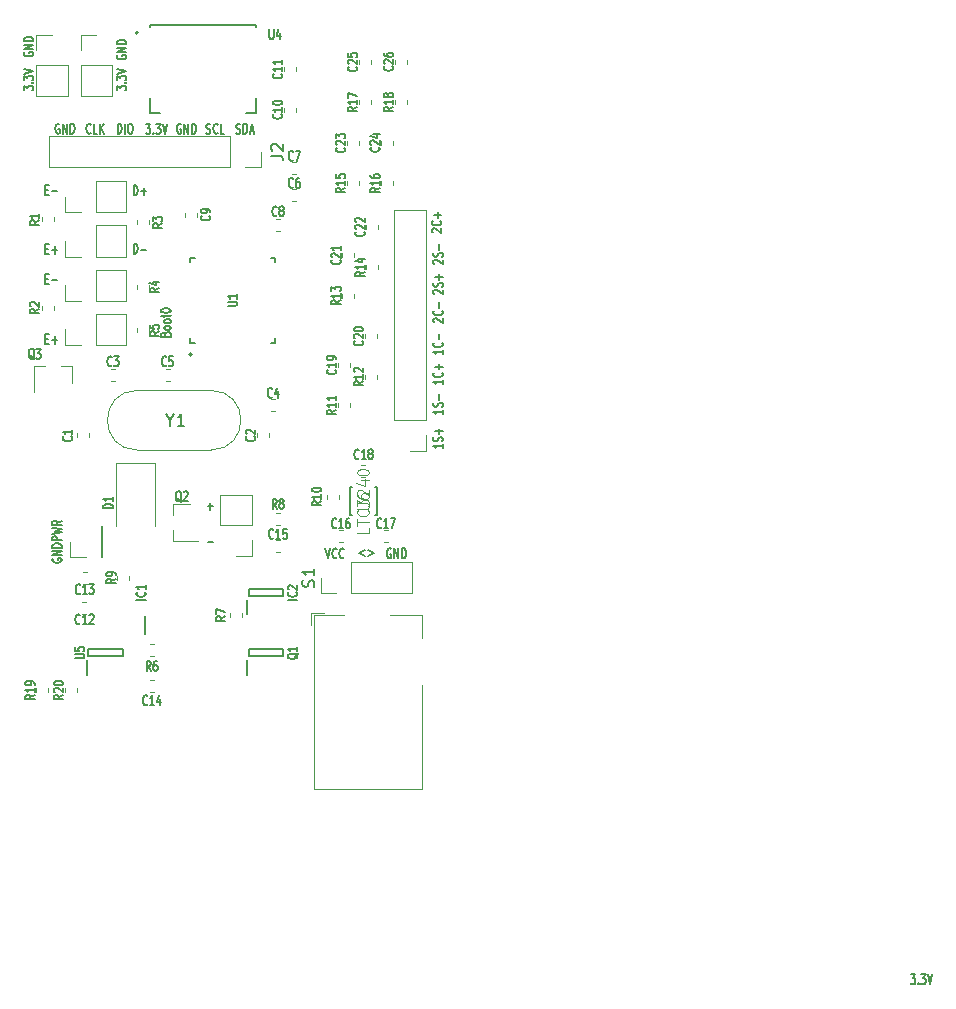
<source format=gbr>
G04 #@! TF.GenerationSoftware,KiCad,Pcbnew,(5.1.6)-1*
G04 #@! TF.CreationDate,2020-08-07T20:36:43-05:00*
G04 #@! TF.ProjectId,EncoderBoard2,456e636f-6465-4724-926f-617264322e6b,v1.0*
G04 #@! TF.SameCoordinates,Original*
G04 #@! TF.FileFunction,Legend,Top*
G04 #@! TF.FilePolarity,Positive*
%FSLAX46Y46*%
G04 Gerber Fmt 4.6, Leading zero omitted, Abs format (unit mm)*
G04 Created by KiCad (PCBNEW (5.1.6)-1) date 2020-08-07 20:36:43*
%MOMM*%
%LPD*%
G01*
G04 APERTURE LIST*
%ADD10C,0.152400*%
%ADD11C,0.200000*%
%ADD12C,0.127000*%
%ADD13C,0.120000*%
%ADD14C,0.150000*%
%ADD15C,0.050000*%
G04 APERTURE END LIST*
D10*
X107612542Y-96672400D02*
X107554485Y-96633695D01*
X107467400Y-96633695D01*
X107380314Y-96672400D01*
X107322257Y-96749809D01*
X107293228Y-96827219D01*
X107264200Y-96982038D01*
X107264200Y-97098152D01*
X107293228Y-97252971D01*
X107322257Y-97330380D01*
X107380314Y-97407790D01*
X107467400Y-97446495D01*
X107525457Y-97446495D01*
X107612542Y-97407790D01*
X107641571Y-97369085D01*
X107641571Y-97098152D01*
X107525457Y-97098152D01*
X107902828Y-97446495D02*
X107902828Y-96633695D01*
X108251171Y-97446495D01*
X108251171Y-96633695D01*
X108541457Y-97446495D02*
X108541457Y-96633695D01*
X108686600Y-96633695D01*
X108773685Y-96672400D01*
X108831742Y-96749809D01*
X108860771Y-96827219D01*
X108889800Y-96982038D01*
X108889800Y-97098152D01*
X108860771Y-97252971D01*
X108831742Y-97330380D01*
X108773685Y-97407790D01*
X108686600Y-97446495D01*
X108541457Y-97446495D01*
X107035600Y-133426200D02*
X106996895Y-133484257D01*
X106996895Y-133571342D01*
X107035600Y-133658428D01*
X107113009Y-133716485D01*
X107190419Y-133745514D01*
X107345238Y-133774542D01*
X107461352Y-133774542D01*
X107616171Y-133745514D01*
X107693580Y-133716485D01*
X107770990Y-133658428D01*
X107809695Y-133571342D01*
X107809695Y-133513285D01*
X107770990Y-133426200D01*
X107732285Y-133397171D01*
X107461352Y-133397171D01*
X107461352Y-133513285D01*
X107809695Y-133135914D02*
X106996895Y-133135914D01*
X107809695Y-132787571D01*
X106996895Y-132787571D01*
X107809695Y-132497285D02*
X106996895Y-132497285D01*
X106996895Y-132352142D01*
X107035600Y-132265057D01*
X107113009Y-132207000D01*
X107190419Y-132177971D01*
X107345238Y-132148942D01*
X107461352Y-132148942D01*
X107616171Y-132177971D01*
X107693580Y-132207000D01*
X107770990Y-132265057D01*
X107809695Y-132352142D01*
X107809695Y-132497285D01*
X107809695Y-131887685D02*
X106996895Y-131887685D01*
X106996895Y-131655457D01*
X107035600Y-131597400D01*
X107074304Y-131568371D01*
X107151714Y-131539342D01*
X107267828Y-131539342D01*
X107345238Y-131568371D01*
X107383942Y-131597400D01*
X107422647Y-131655457D01*
X107422647Y-131887685D01*
X106996895Y-131336142D02*
X107809695Y-131191000D01*
X107229123Y-131074885D01*
X107809695Y-130958771D01*
X106996895Y-130813628D01*
X107809695Y-130233057D02*
X107422647Y-130436257D01*
X107809695Y-130581400D02*
X106996895Y-130581400D01*
X106996895Y-130349171D01*
X107035600Y-130291114D01*
X107074304Y-130262085D01*
X107151714Y-130233057D01*
X107267828Y-130233057D01*
X107345238Y-130262085D01*
X107383942Y-130291114D01*
X107422647Y-130349171D01*
X107422647Y-130581400D01*
X112496600Y-90812257D02*
X112457895Y-90870314D01*
X112457895Y-90957400D01*
X112496600Y-91044485D01*
X112574009Y-91102542D01*
X112651419Y-91131571D01*
X112806238Y-91160600D01*
X112922352Y-91160600D01*
X113077171Y-91131571D01*
X113154580Y-91102542D01*
X113231990Y-91044485D01*
X113270695Y-90957400D01*
X113270695Y-90899342D01*
X113231990Y-90812257D01*
X113193285Y-90783228D01*
X112922352Y-90783228D01*
X112922352Y-90899342D01*
X113270695Y-90521971D02*
X112457895Y-90521971D01*
X113270695Y-90173628D01*
X112457895Y-90173628D01*
X113270695Y-89883342D02*
X112457895Y-89883342D01*
X112457895Y-89738200D01*
X112496600Y-89651114D01*
X112574009Y-89593057D01*
X112651419Y-89564028D01*
X112806238Y-89535000D01*
X112922352Y-89535000D01*
X113077171Y-89564028D01*
X113154580Y-89593057D01*
X113231990Y-89651114D01*
X113270695Y-89738200D01*
X113270695Y-89883342D01*
X104622600Y-90558257D02*
X104583895Y-90616314D01*
X104583895Y-90703400D01*
X104622600Y-90790485D01*
X104700009Y-90848542D01*
X104777419Y-90877571D01*
X104932238Y-90906600D01*
X105048352Y-90906600D01*
X105203171Y-90877571D01*
X105280580Y-90848542D01*
X105357990Y-90790485D01*
X105396695Y-90703400D01*
X105396695Y-90645342D01*
X105357990Y-90558257D01*
X105319285Y-90529228D01*
X105048352Y-90529228D01*
X105048352Y-90645342D01*
X105396695Y-90267971D02*
X104583895Y-90267971D01*
X105396695Y-89919628D01*
X104583895Y-89919628D01*
X105396695Y-89629342D02*
X104583895Y-89629342D01*
X104583895Y-89484200D01*
X104622600Y-89397114D01*
X104700009Y-89339057D01*
X104777419Y-89310028D01*
X104932238Y-89281000D01*
X105048352Y-89281000D01*
X105203171Y-89310028D01*
X105280580Y-89339057D01*
X105357990Y-89397114D01*
X105396695Y-89484200D01*
X105396695Y-89629342D01*
X104583895Y-93787685D02*
X104583895Y-93410314D01*
X104893533Y-93613514D01*
X104893533Y-93526428D01*
X104932238Y-93468371D01*
X104970942Y-93439342D01*
X105048352Y-93410314D01*
X105241876Y-93410314D01*
X105319285Y-93439342D01*
X105357990Y-93468371D01*
X105396695Y-93526428D01*
X105396695Y-93700600D01*
X105357990Y-93758657D01*
X105319285Y-93787685D01*
X105319285Y-93149057D02*
X105357990Y-93120028D01*
X105396695Y-93149057D01*
X105357990Y-93178085D01*
X105319285Y-93149057D01*
X105396695Y-93149057D01*
X104583895Y-92916828D02*
X104583895Y-92539457D01*
X104893533Y-92742657D01*
X104893533Y-92655571D01*
X104932238Y-92597514D01*
X104970942Y-92568485D01*
X105048352Y-92539457D01*
X105241876Y-92539457D01*
X105319285Y-92568485D01*
X105357990Y-92597514D01*
X105396695Y-92655571D01*
X105396695Y-92829742D01*
X105357990Y-92887800D01*
X105319285Y-92916828D01*
X104583895Y-92365285D02*
X105396695Y-92162085D01*
X104583895Y-91958885D01*
X112457895Y-93787685D02*
X112457895Y-93410314D01*
X112767533Y-93613514D01*
X112767533Y-93526428D01*
X112806238Y-93468371D01*
X112844942Y-93439342D01*
X112922352Y-93410314D01*
X113115876Y-93410314D01*
X113193285Y-93439342D01*
X113231990Y-93468371D01*
X113270695Y-93526428D01*
X113270695Y-93700600D01*
X113231990Y-93758657D01*
X113193285Y-93787685D01*
X113193285Y-93149057D02*
X113231990Y-93120028D01*
X113270695Y-93149057D01*
X113231990Y-93178085D01*
X113193285Y-93149057D01*
X113270695Y-93149057D01*
X112457895Y-92916828D02*
X112457895Y-92539457D01*
X112767533Y-92742657D01*
X112767533Y-92655571D01*
X112806238Y-92597514D01*
X112844942Y-92568485D01*
X112922352Y-92539457D01*
X113115876Y-92539457D01*
X113193285Y-92568485D01*
X113231990Y-92597514D01*
X113270695Y-92655571D01*
X113270695Y-92829742D01*
X113231990Y-92887800D01*
X113193285Y-92916828D01*
X112457895Y-92365285D02*
X113270695Y-92162085D01*
X112457895Y-91958885D01*
X179694114Y-168642695D02*
X180071485Y-168642695D01*
X179868285Y-168952333D01*
X179955371Y-168952333D01*
X180013428Y-168991038D01*
X180042457Y-169029742D01*
X180071485Y-169107152D01*
X180071485Y-169300676D01*
X180042457Y-169378085D01*
X180013428Y-169416790D01*
X179955371Y-169455495D01*
X179781200Y-169455495D01*
X179723142Y-169416790D01*
X179694114Y-169378085D01*
X180332742Y-169378085D02*
X180361771Y-169416790D01*
X180332742Y-169455495D01*
X180303714Y-169416790D01*
X180332742Y-169378085D01*
X180332742Y-169455495D01*
X180564971Y-168642695D02*
X180942342Y-168642695D01*
X180739142Y-168952333D01*
X180826228Y-168952333D01*
X180884285Y-168991038D01*
X180913314Y-169029742D01*
X180942342Y-169107152D01*
X180942342Y-169300676D01*
X180913314Y-169378085D01*
X180884285Y-169416790D01*
X180826228Y-169455495D01*
X180652057Y-169455495D01*
X180594000Y-169416790D01*
X180564971Y-169378085D01*
X181116514Y-168642695D02*
X181319714Y-169455495D01*
X181522914Y-168642695D01*
X139205304Y-105809142D02*
X139166600Y-105780114D01*
X139127895Y-105722057D01*
X139127895Y-105576914D01*
X139166600Y-105518857D01*
X139205304Y-105489828D01*
X139282714Y-105460800D01*
X139360123Y-105460800D01*
X139476238Y-105489828D01*
X139940695Y-105838171D01*
X139940695Y-105460800D01*
X139863285Y-104851200D02*
X139901990Y-104880228D01*
X139940695Y-104967314D01*
X139940695Y-105025371D01*
X139901990Y-105112457D01*
X139824580Y-105170514D01*
X139747171Y-105199542D01*
X139592352Y-105228571D01*
X139476238Y-105228571D01*
X139321419Y-105199542D01*
X139244009Y-105170514D01*
X139166600Y-105112457D01*
X139127895Y-105025371D01*
X139127895Y-104967314D01*
X139166600Y-104880228D01*
X139205304Y-104851200D01*
X139631057Y-104589942D02*
X139631057Y-104125485D01*
X139940695Y-104357714D02*
X139321419Y-104357714D01*
X139332304Y-108461628D02*
X139293600Y-108432600D01*
X139254895Y-108374542D01*
X139254895Y-108229400D01*
X139293600Y-108171342D01*
X139332304Y-108142314D01*
X139409714Y-108113285D01*
X139487123Y-108113285D01*
X139603238Y-108142314D01*
X140067695Y-108490657D01*
X140067695Y-108113285D01*
X140028990Y-107881057D02*
X140067695Y-107793971D01*
X140067695Y-107648828D01*
X140028990Y-107590771D01*
X139990285Y-107561742D01*
X139912876Y-107532714D01*
X139835466Y-107532714D01*
X139758057Y-107561742D01*
X139719352Y-107590771D01*
X139680647Y-107648828D01*
X139641942Y-107764942D01*
X139603238Y-107823000D01*
X139564533Y-107852028D01*
X139487123Y-107881057D01*
X139409714Y-107881057D01*
X139332304Y-107852028D01*
X139293600Y-107823000D01*
X139254895Y-107764942D01*
X139254895Y-107619800D01*
X139293600Y-107532714D01*
X139758057Y-107271457D02*
X139758057Y-106807000D01*
X139332304Y-111001628D02*
X139293600Y-110972600D01*
X139254895Y-110914542D01*
X139254895Y-110769400D01*
X139293600Y-110711342D01*
X139332304Y-110682314D01*
X139409714Y-110653285D01*
X139487123Y-110653285D01*
X139603238Y-110682314D01*
X140067695Y-111030657D01*
X140067695Y-110653285D01*
X140028990Y-110421057D02*
X140067695Y-110333971D01*
X140067695Y-110188828D01*
X140028990Y-110130771D01*
X139990285Y-110101742D01*
X139912876Y-110072714D01*
X139835466Y-110072714D01*
X139758057Y-110101742D01*
X139719352Y-110130771D01*
X139680647Y-110188828D01*
X139641942Y-110304942D01*
X139603238Y-110363000D01*
X139564533Y-110392028D01*
X139487123Y-110421057D01*
X139409714Y-110421057D01*
X139332304Y-110392028D01*
X139293600Y-110363000D01*
X139254895Y-110304942D01*
X139254895Y-110159800D01*
X139293600Y-110072714D01*
X139758057Y-109811457D02*
X139758057Y-109347000D01*
X140067695Y-109579228D02*
X139448419Y-109579228D01*
X139332304Y-113429142D02*
X139293600Y-113400114D01*
X139254895Y-113342057D01*
X139254895Y-113196914D01*
X139293600Y-113138857D01*
X139332304Y-113109828D01*
X139409714Y-113080800D01*
X139487123Y-113080800D01*
X139603238Y-113109828D01*
X140067695Y-113458171D01*
X140067695Y-113080800D01*
X139990285Y-112471200D02*
X140028990Y-112500228D01*
X140067695Y-112587314D01*
X140067695Y-112645371D01*
X140028990Y-112732457D01*
X139951580Y-112790514D01*
X139874171Y-112819542D01*
X139719352Y-112848571D01*
X139603238Y-112848571D01*
X139448419Y-112819542D01*
X139371009Y-112790514D01*
X139293600Y-112732457D01*
X139254895Y-112645371D01*
X139254895Y-112587314D01*
X139293600Y-112500228D01*
X139332304Y-112471200D01*
X139758057Y-112209942D02*
X139758057Y-111745485D01*
X140067695Y-115747800D02*
X140067695Y-116096142D01*
X140067695Y-115921971D02*
X139254895Y-115921971D01*
X139371009Y-115980028D01*
X139448419Y-116038085D01*
X139487123Y-116096142D01*
X139990285Y-115138200D02*
X140028990Y-115167228D01*
X140067695Y-115254314D01*
X140067695Y-115312371D01*
X140028990Y-115399457D01*
X139951580Y-115457514D01*
X139874171Y-115486542D01*
X139719352Y-115515571D01*
X139603238Y-115515571D01*
X139448419Y-115486542D01*
X139371009Y-115457514D01*
X139293600Y-115399457D01*
X139254895Y-115312371D01*
X139254895Y-115254314D01*
X139293600Y-115167228D01*
X139332304Y-115138200D01*
X139758057Y-114876942D02*
X139758057Y-114412485D01*
X140067695Y-118287800D02*
X140067695Y-118636142D01*
X140067695Y-118461971D02*
X139254895Y-118461971D01*
X139371009Y-118520028D01*
X139448419Y-118578085D01*
X139487123Y-118636142D01*
X139990285Y-117678200D02*
X140028990Y-117707228D01*
X140067695Y-117794314D01*
X140067695Y-117852371D01*
X140028990Y-117939457D01*
X139951580Y-117997514D01*
X139874171Y-118026542D01*
X139719352Y-118055571D01*
X139603238Y-118055571D01*
X139448419Y-118026542D01*
X139371009Y-117997514D01*
X139293600Y-117939457D01*
X139254895Y-117852371D01*
X139254895Y-117794314D01*
X139293600Y-117707228D01*
X139332304Y-117678200D01*
X139758057Y-117416942D02*
X139758057Y-116952485D01*
X140067695Y-117184714D02*
X139448419Y-117184714D01*
X140067695Y-120813285D02*
X140067695Y-121161628D01*
X140067695Y-120987457D02*
X139254895Y-120987457D01*
X139371009Y-121045514D01*
X139448419Y-121103571D01*
X139487123Y-121161628D01*
X140028990Y-120581057D02*
X140067695Y-120493971D01*
X140067695Y-120348828D01*
X140028990Y-120290771D01*
X139990285Y-120261742D01*
X139912876Y-120232714D01*
X139835466Y-120232714D01*
X139758057Y-120261742D01*
X139719352Y-120290771D01*
X139680647Y-120348828D01*
X139641942Y-120464942D01*
X139603238Y-120523000D01*
X139564533Y-120552028D01*
X139487123Y-120581057D01*
X139409714Y-120581057D01*
X139332304Y-120552028D01*
X139293600Y-120523000D01*
X139254895Y-120464942D01*
X139254895Y-120319800D01*
X139293600Y-120232714D01*
X139758057Y-119971457D02*
X139758057Y-119507000D01*
X140067695Y-123734285D02*
X140067695Y-124082628D01*
X140067695Y-123908457D02*
X139254895Y-123908457D01*
X139371009Y-123966514D01*
X139448419Y-124024571D01*
X139487123Y-124082628D01*
X140028990Y-123502057D02*
X140067695Y-123414971D01*
X140067695Y-123269828D01*
X140028990Y-123211771D01*
X139990285Y-123182742D01*
X139912876Y-123153714D01*
X139835466Y-123153714D01*
X139758057Y-123182742D01*
X139719352Y-123211771D01*
X139680647Y-123269828D01*
X139641942Y-123385942D01*
X139603238Y-123444000D01*
X139564533Y-123473028D01*
X139487123Y-123502057D01*
X139409714Y-123502057D01*
X139332304Y-123473028D01*
X139293600Y-123444000D01*
X139254895Y-123385942D01*
X139254895Y-123240800D01*
X139293600Y-123153714D01*
X139758057Y-122892457D02*
X139758057Y-122428000D01*
X140067695Y-122660228D02*
X139448419Y-122660228D01*
X116591442Y-114434257D02*
X116630147Y-114347171D01*
X116668852Y-114318142D01*
X116746261Y-114289114D01*
X116862376Y-114289114D01*
X116939785Y-114318142D01*
X116978490Y-114347171D01*
X117017195Y-114405228D01*
X117017195Y-114637457D01*
X116204395Y-114637457D01*
X116204395Y-114434257D01*
X116243100Y-114376200D01*
X116281804Y-114347171D01*
X116359214Y-114318142D01*
X116436623Y-114318142D01*
X116514033Y-114347171D01*
X116552738Y-114376200D01*
X116591442Y-114434257D01*
X116591442Y-114637457D01*
X117017195Y-113940771D02*
X116978490Y-113998828D01*
X116939785Y-114027857D01*
X116862376Y-114056885D01*
X116630147Y-114056885D01*
X116552738Y-114027857D01*
X116514033Y-113998828D01*
X116475328Y-113940771D01*
X116475328Y-113853685D01*
X116514033Y-113795628D01*
X116552738Y-113766600D01*
X116630147Y-113737571D01*
X116862376Y-113737571D01*
X116939785Y-113766600D01*
X116978490Y-113795628D01*
X117017195Y-113853685D01*
X117017195Y-113940771D01*
X117017195Y-113389228D02*
X116978490Y-113447285D01*
X116939785Y-113476314D01*
X116862376Y-113505342D01*
X116630147Y-113505342D01*
X116552738Y-113476314D01*
X116514033Y-113447285D01*
X116475328Y-113389228D01*
X116475328Y-113302142D01*
X116514033Y-113244085D01*
X116552738Y-113215057D01*
X116630147Y-113186028D01*
X116862376Y-113186028D01*
X116939785Y-113215057D01*
X116978490Y-113244085D01*
X117017195Y-113302142D01*
X117017195Y-113389228D01*
X116475328Y-113011857D02*
X116475328Y-112779628D01*
X116204395Y-112924771D02*
X116901080Y-112924771D01*
X116978490Y-112895742D01*
X117017195Y-112837685D01*
X117017195Y-112779628D01*
X116204395Y-112460314D02*
X116204395Y-112402257D01*
X116243100Y-112344200D01*
X116281804Y-112315171D01*
X116359214Y-112286142D01*
X116514033Y-112257114D01*
X116707557Y-112257114D01*
X116862376Y-112286142D01*
X116939785Y-112315171D01*
X116978490Y-112344200D01*
X117017195Y-112402257D01*
X117017195Y-112460314D01*
X116978490Y-112518371D01*
X116939785Y-112547400D01*
X116862376Y-112576428D01*
X116707557Y-112605457D01*
X116514033Y-112605457D01*
X116359214Y-112576428D01*
X116281804Y-112547400D01*
X116243100Y-112518371D01*
X116204395Y-112460314D01*
X113889971Y-107606495D02*
X113889971Y-106793695D01*
X114035114Y-106793695D01*
X114122200Y-106832400D01*
X114180257Y-106909809D01*
X114209285Y-106987219D01*
X114238314Y-107142038D01*
X114238314Y-107258152D01*
X114209285Y-107412971D01*
X114180257Y-107490380D01*
X114122200Y-107567790D01*
X114035114Y-107606495D01*
X113889971Y-107606495D01*
X114499571Y-107296857D02*
X114964028Y-107296857D01*
X113889971Y-102653495D02*
X113889971Y-101840695D01*
X114035114Y-101840695D01*
X114122200Y-101879400D01*
X114180257Y-101956809D01*
X114209285Y-102034219D01*
X114238314Y-102189038D01*
X114238314Y-102305152D01*
X114209285Y-102459971D01*
X114180257Y-102537380D01*
X114122200Y-102614790D01*
X114035114Y-102653495D01*
X113889971Y-102653495D01*
X114499571Y-102343857D02*
X114964028Y-102343857D01*
X114731800Y-102653495D02*
X114731800Y-102034219D01*
X106426000Y-114800742D02*
X106629200Y-114800742D01*
X106716285Y-115226495D02*
X106426000Y-115226495D01*
X106426000Y-114413695D01*
X106716285Y-114413695D01*
X106977542Y-114916857D02*
X107442000Y-114916857D01*
X107209771Y-115226495D02*
X107209771Y-114607219D01*
X106426000Y-109720742D02*
X106629200Y-109720742D01*
X106716285Y-110146495D02*
X106426000Y-110146495D01*
X106426000Y-109333695D01*
X106716285Y-109333695D01*
X106977542Y-109836857D02*
X107442000Y-109836857D01*
X106426000Y-102227742D02*
X106629200Y-102227742D01*
X106716285Y-102653495D02*
X106426000Y-102653495D01*
X106426000Y-101840695D01*
X106716285Y-101840695D01*
X106977542Y-102343857D02*
X107442000Y-102343857D01*
X106426000Y-107180742D02*
X106629200Y-107180742D01*
X106716285Y-107606495D02*
X106426000Y-107606495D01*
X106426000Y-106793695D01*
X106716285Y-106793695D01*
X106977542Y-107296857D02*
X107442000Y-107296857D01*
X107209771Y-107606495D02*
X107209771Y-106987219D01*
X133458857Y-132718628D02*
X132994400Y-132950857D01*
X133458857Y-133183085D01*
X133749142Y-132718628D02*
X134213600Y-132950857D01*
X133749142Y-133183085D01*
X122576771Y-97407790D02*
X122663857Y-97446495D01*
X122809000Y-97446495D01*
X122867057Y-97407790D01*
X122896085Y-97369085D01*
X122925114Y-97291676D01*
X122925114Y-97214266D01*
X122896085Y-97136857D01*
X122867057Y-97098152D01*
X122809000Y-97059447D01*
X122692885Y-97020742D01*
X122634828Y-96982038D01*
X122605800Y-96943333D01*
X122576771Y-96865923D01*
X122576771Y-96788514D01*
X122605800Y-96711104D01*
X122634828Y-96672400D01*
X122692885Y-96633695D01*
X122838028Y-96633695D01*
X122925114Y-96672400D01*
X123186371Y-97446495D02*
X123186371Y-96633695D01*
X123331514Y-96633695D01*
X123418600Y-96672400D01*
X123476657Y-96749809D01*
X123505685Y-96827219D01*
X123534714Y-96982038D01*
X123534714Y-97098152D01*
X123505685Y-97252971D01*
X123476657Y-97330380D01*
X123418600Y-97407790D01*
X123331514Y-97446495D01*
X123186371Y-97446495D01*
X123766942Y-97214266D02*
X124057228Y-97214266D01*
X123708885Y-97446495D02*
X123912085Y-96633695D01*
X124115285Y-97446495D01*
X120051285Y-97407790D02*
X120138371Y-97446495D01*
X120283514Y-97446495D01*
X120341571Y-97407790D01*
X120370600Y-97369085D01*
X120399628Y-97291676D01*
X120399628Y-97214266D01*
X120370600Y-97136857D01*
X120341571Y-97098152D01*
X120283514Y-97059447D01*
X120167400Y-97020742D01*
X120109342Y-96982038D01*
X120080314Y-96943333D01*
X120051285Y-96865923D01*
X120051285Y-96788514D01*
X120080314Y-96711104D01*
X120109342Y-96672400D01*
X120167400Y-96633695D01*
X120312542Y-96633695D01*
X120399628Y-96672400D01*
X121009228Y-97369085D02*
X120980200Y-97407790D01*
X120893114Y-97446495D01*
X120835057Y-97446495D01*
X120747971Y-97407790D01*
X120689914Y-97330380D01*
X120660885Y-97252971D01*
X120631857Y-97098152D01*
X120631857Y-96982038D01*
X120660885Y-96827219D01*
X120689914Y-96749809D01*
X120747971Y-96672400D01*
X120835057Y-96633695D01*
X120893114Y-96633695D01*
X120980200Y-96672400D01*
X121009228Y-96711104D01*
X121560771Y-97446495D02*
X121270485Y-97446495D01*
X121270485Y-96633695D01*
X117899542Y-96672400D02*
X117841485Y-96633695D01*
X117754400Y-96633695D01*
X117667314Y-96672400D01*
X117609257Y-96749809D01*
X117580228Y-96827219D01*
X117551200Y-96982038D01*
X117551200Y-97098152D01*
X117580228Y-97252971D01*
X117609257Y-97330380D01*
X117667314Y-97407790D01*
X117754400Y-97446495D01*
X117812457Y-97446495D01*
X117899542Y-97407790D01*
X117928571Y-97369085D01*
X117928571Y-97098152D01*
X117812457Y-97098152D01*
X118189828Y-97446495D02*
X118189828Y-96633695D01*
X118538171Y-97446495D01*
X118538171Y-96633695D01*
X118828457Y-97446495D02*
X118828457Y-96633695D01*
X118973600Y-96633695D01*
X119060685Y-96672400D01*
X119118742Y-96749809D01*
X119147771Y-96827219D01*
X119176800Y-96982038D01*
X119176800Y-97098152D01*
X119147771Y-97252971D01*
X119118742Y-97330380D01*
X119060685Y-97407790D01*
X118973600Y-97446495D01*
X118828457Y-97446495D01*
X114924114Y-96633695D02*
X115301485Y-96633695D01*
X115098285Y-96943333D01*
X115185371Y-96943333D01*
X115243428Y-96982038D01*
X115272457Y-97020742D01*
X115301485Y-97098152D01*
X115301485Y-97291676D01*
X115272457Y-97369085D01*
X115243428Y-97407790D01*
X115185371Y-97446495D01*
X115011200Y-97446495D01*
X114953142Y-97407790D01*
X114924114Y-97369085D01*
X115562742Y-97369085D02*
X115591771Y-97407790D01*
X115562742Y-97446495D01*
X115533714Y-97407790D01*
X115562742Y-97369085D01*
X115562742Y-97446495D01*
X115794971Y-96633695D02*
X116172342Y-96633695D01*
X115969142Y-96943333D01*
X116056228Y-96943333D01*
X116114285Y-96982038D01*
X116143314Y-97020742D01*
X116172342Y-97098152D01*
X116172342Y-97291676D01*
X116143314Y-97369085D01*
X116114285Y-97407790D01*
X116056228Y-97446495D01*
X115882057Y-97446495D01*
X115824000Y-97407790D01*
X115794971Y-97369085D01*
X116346514Y-96633695D02*
X116549714Y-97446495D01*
X116752914Y-96633695D01*
X112532885Y-97446495D02*
X112532885Y-96633695D01*
X112678028Y-96633695D01*
X112765114Y-96672400D01*
X112823171Y-96749809D01*
X112852200Y-96827219D01*
X112881228Y-96982038D01*
X112881228Y-97098152D01*
X112852200Y-97252971D01*
X112823171Y-97330380D01*
X112765114Y-97407790D01*
X112678028Y-97446495D01*
X112532885Y-97446495D01*
X113142485Y-97446495D02*
X113142485Y-96633695D01*
X113548885Y-96633695D02*
X113665000Y-96633695D01*
X113723057Y-96672400D01*
X113781114Y-96749809D01*
X113810142Y-96904628D01*
X113810142Y-97175561D01*
X113781114Y-97330380D01*
X113723057Y-97407790D01*
X113665000Y-97446495D01*
X113548885Y-97446495D01*
X113490828Y-97407790D01*
X113432771Y-97330380D01*
X113403742Y-97175561D01*
X113403742Y-96904628D01*
X113432771Y-96749809D01*
X113490828Y-96672400D01*
X113548885Y-96633695D01*
X110254142Y-97369085D02*
X110225114Y-97407790D01*
X110138028Y-97446495D01*
X110079971Y-97446495D01*
X109992885Y-97407790D01*
X109934828Y-97330380D01*
X109905800Y-97252971D01*
X109876771Y-97098152D01*
X109876771Y-96982038D01*
X109905800Y-96827219D01*
X109934828Y-96749809D01*
X109992885Y-96672400D01*
X110079971Y-96633695D01*
X110138028Y-96633695D01*
X110225114Y-96672400D01*
X110254142Y-96711104D01*
X110805685Y-97446495D02*
X110515400Y-97446495D01*
X110515400Y-96633695D01*
X111008885Y-97446495D02*
X111008885Y-96633695D01*
X111357228Y-97446495D02*
X111095971Y-96982038D01*
X111357228Y-96633695D02*
X111008885Y-97098152D01*
X135679542Y-132613400D02*
X135621485Y-132574695D01*
X135534400Y-132574695D01*
X135447314Y-132613400D01*
X135389257Y-132690809D01*
X135360228Y-132768219D01*
X135331200Y-132923038D01*
X135331200Y-133039152D01*
X135360228Y-133193971D01*
X135389257Y-133271380D01*
X135447314Y-133348790D01*
X135534400Y-133387495D01*
X135592457Y-133387495D01*
X135679542Y-133348790D01*
X135708571Y-133310085D01*
X135708571Y-133039152D01*
X135592457Y-133039152D01*
X135969828Y-133387495D02*
X135969828Y-132574695D01*
X136318171Y-133387495D01*
X136318171Y-132574695D01*
X136608457Y-133387495D02*
X136608457Y-132574695D01*
X136753600Y-132574695D01*
X136840685Y-132613400D01*
X136898742Y-132690809D01*
X136927771Y-132768219D01*
X136956800Y-132923038D01*
X136956800Y-133039152D01*
X136927771Y-133193971D01*
X136898742Y-133271380D01*
X136840685Y-133348790D01*
X136753600Y-133387495D01*
X136608457Y-133387495D01*
X130124200Y-132574695D02*
X130327400Y-133387495D01*
X130530600Y-132574695D01*
X131082142Y-133310085D02*
X131053114Y-133348790D01*
X130966028Y-133387495D01*
X130907971Y-133387495D01*
X130820885Y-133348790D01*
X130762828Y-133271380D01*
X130733800Y-133193971D01*
X130704771Y-133039152D01*
X130704771Y-132923038D01*
X130733800Y-132768219D01*
X130762828Y-132690809D01*
X130820885Y-132613400D01*
X130907971Y-132574695D01*
X130966028Y-132574695D01*
X131053114Y-132613400D01*
X131082142Y-132652104D01*
X131691742Y-133310085D02*
X131662714Y-133348790D01*
X131575628Y-133387495D01*
X131517571Y-133387495D01*
X131430485Y-133348790D01*
X131372428Y-133271380D01*
X131343400Y-133193971D01*
X131314371Y-133039152D01*
X131314371Y-132923038D01*
X131343400Y-132768219D01*
X131372428Y-132690809D01*
X131430485Y-132613400D01*
X131517571Y-132574695D01*
X131575628Y-132574695D01*
X131662714Y-132613400D01*
X131691742Y-132652104D01*
X120163771Y-132061857D02*
X120628228Y-132061857D01*
X120163771Y-129013857D02*
X120628228Y-129013857D01*
X120396000Y-129323495D02*
X120396000Y-128704219D01*
D11*
X114261000Y-88916800D02*
G75*
G03*
X114261000Y-88916800I-100000J0D01*
G01*
D12*
X115261000Y-88216800D02*
X115261000Y-88416800D01*
X124261000Y-88216800D02*
X115261000Y-88216800D01*
X124261000Y-88416800D02*
X124261000Y-88216800D01*
X124261000Y-95716800D02*
X124261000Y-94416800D01*
X123411000Y-95716800D02*
X124261000Y-95716800D01*
X115261000Y-95716800D02*
X116161000Y-95716800D01*
X115261000Y-94416800D02*
X115261000Y-95716800D01*
D13*
X108080500Y-107870300D02*
X108080500Y-106540300D01*
X109410500Y-107870300D02*
X108080500Y-107870300D01*
X110680500Y-107870300D02*
X110680500Y-105210300D01*
X110680500Y-105210300D02*
X113280500Y-105210300D01*
X110680500Y-107870300D02*
X113280500Y-107870300D01*
X113280500Y-107870300D02*
X113280500Y-105210300D01*
X113280500Y-104123800D02*
X113280500Y-101463800D01*
X109410500Y-104123800D02*
X108080500Y-104123800D01*
X110680500Y-104123800D02*
X110680500Y-101463800D01*
X110680500Y-104123800D02*
X113280500Y-104123800D01*
X110680500Y-101463800D02*
X113280500Y-101463800D01*
X108080500Y-104123800D02*
X108080500Y-102793800D01*
X105667500Y-89081300D02*
X106997500Y-89081300D01*
X105667500Y-90411300D02*
X105667500Y-89081300D01*
X105667500Y-91681300D02*
X108327500Y-91681300D01*
X108327500Y-91681300D02*
X108327500Y-94281300D01*
X105667500Y-91681300D02*
X105667500Y-94281300D01*
X105667500Y-94281300D02*
X108327500Y-94281300D01*
X109414000Y-94281300D02*
X112074000Y-94281300D01*
X109414000Y-90411300D02*
X109414000Y-89081300D01*
X109414000Y-91681300D02*
X112074000Y-91681300D01*
X109414000Y-91681300D02*
X109414000Y-94281300D01*
X112074000Y-91681300D02*
X112074000Y-94281300D01*
X109414000Y-89081300D02*
X110744000Y-89081300D01*
X124647000Y-98983800D02*
X124647000Y-100313800D01*
X124647000Y-100313800D02*
X123317000Y-100313800D01*
X122047000Y-100313800D02*
X106747000Y-100313800D01*
X106747000Y-97653800D02*
X106747000Y-100313800D01*
X122047000Y-97653800D02*
X106747000Y-97653800D01*
X122047000Y-97653800D02*
X122047000Y-100313800D01*
X114171000Y-105124067D02*
X114171000Y-104781533D01*
X115191000Y-105124067D02*
X115191000Y-104781533D01*
X118235000Y-104146533D02*
X118235000Y-104489067D01*
X119255000Y-104146533D02*
X119255000Y-104489067D01*
X138617000Y-124316800D02*
X137287000Y-124316800D01*
X138617000Y-122986800D02*
X138617000Y-124316800D01*
X138617000Y-121716800D02*
X135957000Y-121716800D01*
X135957000Y-121716800D02*
X135957000Y-103876800D01*
X138617000Y-121716800D02*
X138617000Y-103876800D01*
X138617000Y-103876800D02*
X135957000Y-103876800D01*
X132590000Y-111004533D02*
X132590000Y-111347067D01*
X131570000Y-111004533D02*
X131570000Y-111347067D01*
X134622000Y-108591533D02*
X134622000Y-108934067D01*
X133602000Y-108591533D02*
X133602000Y-108934067D01*
X132971000Y-101479533D02*
X132971000Y-101822067D01*
X131951000Y-101479533D02*
X131951000Y-101822067D01*
X135892000Y-101479533D02*
X135892000Y-101822067D01*
X134872000Y-101479533D02*
X134872000Y-101822067D01*
X137035000Y-94621533D02*
X137035000Y-94964067D01*
X136015000Y-94621533D02*
X136015000Y-94964067D01*
X133987000Y-94621533D02*
X133987000Y-94964067D01*
X132967000Y-94621533D02*
X132967000Y-94964067D01*
X132209000Y-120275533D02*
X132209000Y-120618067D01*
X131189000Y-120275533D02*
X131189000Y-120618067D01*
X133602000Y-105176533D02*
X133602000Y-105519067D01*
X134622000Y-105176533D02*
X134622000Y-105519067D01*
X134495000Y-117862533D02*
X134495000Y-118205067D01*
X133475000Y-117862533D02*
X133475000Y-118205067D01*
X133475000Y-114447533D02*
X133475000Y-114790067D01*
X134495000Y-114447533D02*
X134495000Y-114790067D01*
X131570000Y-107589533D02*
X131570000Y-107932067D01*
X132590000Y-107589533D02*
X132590000Y-107932067D01*
X131951000Y-98064533D02*
X131951000Y-98407067D01*
X132971000Y-98064533D02*
X132971000Y-98407067D01*
X132967000Y-91206533D02*
X132967000Y-91549067D01*
X133987000Y-91206533D02*
X133987000Y-91549067D01*
X134872000Y-98064533D02*
X134872000Y-98407067D01*
X135892000Y-98064533D02*
X135892000Y-98407067D01*
X131189000Y-116860533D02*
X131189000Y-117203067D01*
X132209000Y-116860533D02*
X132209000Y-117203067D01*
X136015000Y-91206533D02*
X136015000Y-91549067D01*
X137035000Y-91206533D02*
X137035000Y-91549067D01*
X135083733Y-132005800D02*
X135426267Y-132005800D01*
X135083733Y-130985800D02*
X135426267Y-130985800D01*
X133178733Y-126544800D02*
X133521267Y-126544800D01*
X133178733Y-125524800D02*
X133521267Y-125524800D01*
X131273733Y-132005800D02*
X131616267Y-132005800D01*
X131273733Y-130985800D02*
X131616267Y-130985800D01*
X130300000Y-128365067D02*
X130300000Y-128022533D01*
X131320000Y-128365067D02*
X131320000Y-128022533D01*
D10*
X132181600Y-129743200D02*
X132359400Y-129743200D01*
X132181600Y-127406400D02*
X132181600Y-129743200D01*
X134518400Y-127406400D02*
X134340600Y-127406400D01*
X134518400Y-129743200D02*
X134518400Y-127406400D01*
X134340600Y-129743200D02*
X134518400Y-129743200D01*
X132359400Y-127406400D02*
X132181600Y-127406400D01*
D13*
X106170000Y-112363067D02*
X106170000Y-112020533D01*
X107190000Y-112363067D02*
X107190000Y-112020533D01*
X106170000Y-104870067D02*
X106170000Y-104527533D01*
X107190000Y-104870067D02*
X107190000Y-104527533D01*
D12*
X118701000Y-114766800D02*
X118701000Y-115156800D01*
X118701000Y-115156800D02*
X119091000Y-115156800D01*
D11*
X118866000Y-116159800D02*
G75*
G03*
X118866000Y-116159800I-150000J0D01*
G01*
D12*
X125511000Y-115156800D02*
X125901000Y-115156800D01*
X125901000Y-115156800D02*
X125901000Y-114766800D01*
X125901000Y-108346800D02*
X125901000Y-107956800D01*
X125901000Y-107956800D02*
X125511000Y-107956800D01*
X119091000Y-107956800D02*
X118701000Y-107956800D01*
X118701000Y-107956800D02*
X118701000Y-108346800D01*
D13*
X114171000Y-110585067D02*
X114171000Y-110242533D01*
X115191000Y-110585067D02*
X115191000Y-110242533D01*
X108641000Y-117146800D02*
X108641000Y-118606800D01*
X105481000Y-117146800D02*
X105481000Y-119306800D01*
X105481000Y-117146800D02*
X106411000Y-117146800D01*
X108641000Y-117146800D02*
X107711000Y-117146800D01*
X110111000Y-123158067D02*
X110111000Y-122815533D01*
X109091000Y-123158067D02*
X109091000Y-122815533D01*
X125351000Y-123158067D02*
X125351000Y-122815533D01*
X124331000Y-123158067D02*
X124331000Y-122815533D01*
X111969733Y-118416800D02*
X112312267Y-118416800D01*
X111969733Y-117396800D02*
X112312267Y-117396800D01*
X125558733Y-120956800D02*
X125901267Y-120956800D01*
X125558733Y-119936800D02*
X125901267Y-119936800D01*
X116592533Y-118416800D02*
X116935067Y-118416800D01*
X116592533Y-117396800D02*
X116935067Y-117396800D01*
X127679267Y-102156800D02*
X127336733Y-102156800D01*
X127679267Y-103176800D02*
X127336733Y-103176800D01*
X127679267Y-99870800D02*
X127336733Y-99870800D01*
X127679267Y-100890800D02*
X127336733Y-100890800D01*
X126282267Y-104696800D02*
X125939733Y-104696800D01*
X126282267Y-105716800D02*
X125939733Y-105716800D01*
X127637000Y-95599067D02*
X127637000Y-95256533D01*
X126617000Y-95599067D02*
X126617000Y-95256533D01*
X127637000Y-92170067D02*
X127637000Y-91827533D01*
X126617000Y-92170067D02*
X126617000Y-91827533D01*
X109899267Y-137081800D02*
X109556733Y-137081800D01*
X109899267Y-138101800D02*
X109556733Y-138101800D01*
X109913267Y-134541800D02*
X109570733Y-134541800D01*
X109913267Y-135561800D02*
X109570733Y-135561800D01*
X115614267Y-143685800D02*
X115271733Y-143685800D01*
X115614267Y-144705800D02*
X115271733Y-144705800D01*
X126282267Y-131874800D02*
X125939733Y-131874800D01*
X126282267Y-132894800D02*
X125939733Y-132894800D01*
X115696000Y-125301800D02*
X115696000Y-130701800D01*
X112396000Y-125301800D02*
X112396000Y-130701800D01*
X115696000Y-125301800D02*
X112396000Y-125301800D01*
D11*
X114870000Y-139796800D02*
X114870000Y-138271800D01*
X123495000Y-138151800D02*
X123495000Y-136951800D01*
X126545000Y-136601800D02*
X123645000Y-136601800D01*
X126545000Y-136001800D02*
X126545000Y-136601800D01*
X123645000Y-136001800D02*
X126545000Y-136001800D01*
X123645000Y-136601800D02*
X123645000Y-136001800D01*
D13*
X129131000Y-138215800D02*
X131731000Y-138215800D01*
X129131000Y-152915800D02*
X129131000Y-138215800D01*
X138331000Y-138215800D02*
X138331000Y-140115800D01*
X135631000Y-138215800D02*
X138331000Y-138215800D01*
X138331000Y-152915800D02*
X129131000Y-152915800D01*
X138331000Y-144115800D02*
X138331000Y-152915800D01*
X128931000Y-139065800D02*
X128931000Y-138015800D01*
X129981000Y-138015800D02*
X128931000Y-138015800D01*
X108525000Y-133333800D02*
X108525000Y-132003800D01*
X109855000Y-133333800D02*
X108525000Y-133333800D01*
X111125000Y-133333800D02*
X111125000Y-130673800D01*
X111125000Y-130673800D02*
X111185000Y-130673800D01*
X111125000Y-133333800D02*
X111185000Y-133333800D01*
X111185000Y-133333800D02*
X111185000Y-130673800D01*
X117223000Y-128772800D02*
X118683000Y-128772800D01*
X117223000Y-131932800D02*
X119383000Y-131932800D01*
X117223000Y-131932800D02*
X117223000Y-131002800D01*
X117223000Y-128772800D02*
X117223000Y-129702800D01*
X115191000Y-113925533D02*
X115191000Y-114268067D01*
X114171000Y-113925533D02*
X114171000Y-114268067D01*
X115614267Y-141657800D02*
X115271733Y-141657800D01*
X115614267Y-140637800D02*
X115271733Y-140637800D01*
X122045000Y-138398067D02*
X122045000Y-138055533D01*
X123065000Y-138398067D02*
X123065000Y-138055533D01*
X125939733Y-129588800D02*
X126282267Y-129588800D01*
X125939733Y-130608800D02*
X126282267Y-130608800D01*
X113540000Y-134880533D02*
X113540000Y-135223067D01*
X112520000Y-134880533D02*
X112520000Y-135223067D01*
D11*
X109906000Y-143251800D02*
X109906000Y-142051800D01*
X112956000Y-141701800D02*
X110056000Y-141701800D01*
X112956000Y-141101800D02*
X112956000Y-141701800D01*
X110056000Y-141101800D02*
X112956000Y-141101800D01*
X110056000Y-141701800D02*
X110056000Y-141101800D01*
D13*
X120446000Y-119191800D02*
X114196000Y-119191800D01*
X120446000Y-124241800D02*
X114196000Y-124241800D01*
X114196000Y-119191800D02*
G75*
G03*
X114196000Y-124241800I0J-2525000D01*
G01*
X120446000Y-119191800D02*
G75*
G02*
X120446000Y-124241800I0J-2525000D01*
G01*
D11*
X123495000Y-143251800D02*
X123495000Y-142051800D01*
X126545000Y-141701800D02*
X123645000Y-141701800D01*
X126545000Y-141101800D02*
X126545000Y-141701800D01*
X123645000Y-141101800D02*
X126545000Y-141101800D01*
X123645000Y-141701800D02*
X123645000Y-141101800D01*
D13*
X106682000Y-144405533D02*
X106682000Y-144748067D01*
X105662000Y-144405533D02*
X105662000Y-144748067D01*
X108075000Y-144748067D02*
X108075000Y-144405533D01*
X109095000Y-144748067D02*
X109095000Y-144405533D01*
X108080500Y-115363300D02*
X108080500Y-114033300D01*
X109410500Y-115363300D02*
X108080500Y-115363300D01*
X110680500Y-115363300D02*
X110680500Y-112703300D01*
X110680500Y-112703300D02*
X113280500Y-112703300D01*
X110680500Y-115363300D02*
X113280500Y-115363300D01*
X113280500Y-115363300D02*
X113280500Y-112703300D01*
X113280500Y-111616800D02*
X113280500Y-108956800D01*
X109410500Y-111616800D02*
X108080500Y-111616800D01*
X110680500Y-111616800D02*
X110680500Y-108956800D01*
X110680500Y-111616800D02*
X113280500Y-111616800D01*
X110680500Y-108956800D02*
X113280500Y-108956800D01*
X108080500Y-111616800D02*
X108080500Y-110286800D01*
X129734000Y-136381800D02*
X129734000Y-135051800D01*
X131064000Y-136381800D02*
X129734000Y-136381800D01*
X132334000Y-136381800D02*
X132334000Y-133721800D01*
X132334000Y-133721800D02*
X137474000Y-133721800D01*
X132334000Y-136381800D02*
X137474000Y-136381800D01*
X137474000Y-136381800D02*
X137474000Y-133721800D01*
X123885000Y-133206800D02*
X122555000Y-133206800D01*
X123885000Y-131876800D02*
X123885000Y-133206800D01*
X123885000Y-130606800D02*
X121225000Y-130606800D01*
X121225000Y-130606800D02*
X121225000Y-128006800D01*
X123885000Y-130606800D02*
X123885000Y-128006800D01*
X123885000Y-128006800D02*
X121225000Y-128006800D01*
D10*
X125392542Y-88632695D02*
X125392542Y-89290676D01*
X125421571Y-89368085D01*
X125450600Y-89406790D01*
X125508657Y-89445495D01*
X125624771Y-89445495D01*
X125682828Y-89406790D01*
X125711857Y-89368085D01*
X125740885Y-89290676D01*
X125740885Y-88632695D01*
X126292428Y-88903628D02*
X126292428Y-89445495D01*
X126147285Y-88593990D02*
X126002142Y-89174561D01*
X126379514Y-89174561D01*
D14*
X125539380Y-99317133D02*
X126253666Y-99317133D01*
X126396523Y-99364752D01*
X126491761Y-99459990D01*
X126539380Y-99602847D01*
X126539380Y-99698085D01*
X125634619Y-98888561D02*
X125587000Y-98840942D01*
X125539380Y-98745704D01*
X125539380Y-98507609D01*
X125587000Y-98412371D01*
X125634619Y-98364752D01*
X125729857Y-98317133D01*
X125825095Y-98317133D01*
X125967952Y-98364752D01*
X126539380Y-98936180D01*
X126539380Y-98317133D01*
D10*
X116318695Y-105054400D02*
X115931647Y-105257600D01*
X116318695Y-105402742D02*
X115505895Y-105402742D01*
X115505895Y-105170514D01*
X115544600Y-105112457D01*
X115583304Y-105083428D01*
X115660714Y-105054400D01*
X115776828Y-105054400D01*
X115854238Y-105083428D01*
X115892942Y-105112457D01*
X115931647Y-105170514D01*
X115931647Y-105402742D01*
X115505895Y-104851200D02*
X115505895Y-104473828D01*
X115815533Y-104677028D01*
X115815533Y-104589942D01*
X115854238Y-104531885D01*
X115892942Y-104502857D01*
X115970352Y-104473828D01*
X116163876Y-104473828D01*
X116241285Y-104502857D01*
X116279990Y-104531885D01*
X116318695Y-104589942D01*
X116318695Y-104764114D01*
X116279990Y-104822171D01*
X116241285Y-104851200D01*
X120305285Y-104419400D02*
X120343990Y-104448428D01*
X120382695Y-104535514D01*
X120382695Y-104593571D01*
X120343990Y-104680657D01*
X120266580Y-104738714D01*
X120189171Y-104767742D01*
X120034352Y-104796771D01*
X119918238Y-104796771D01*
X119763419Y-104767742D01*
X119686009Y-104738714D01*
X119608600Y-104680657D01*
X119569895Y-104593571D01*
X119569895Y-104535514D01*
X119608600Y-104448428D01*
X119647304Y-104419400D01*
X120382695Y-104129114D02*
X120382695Y-104013000D01*
X120343990Y-103954942D01*
X120305285Y-103925914D01*
X120189171Y-103867857D01*
X120034352Y-103838828D01*
X119724714Y-103838828D01*
X119647304Y-103867857D01*
X119608600Y-103896885D01*
X119569895Y-103954942D01*
X119569895Y-104071057D01*
X119608600Y-104129114D01*
X119647304Y-104158142D01*
X119724714Y-104187171D01*
X119918238Y-104187171D01*
X119995647Y-104158142D01*
X120034352Y-104129114D01*
X120073057Y-104071057D01*
X120073057Y-103954942D01*
X120034352Y-103896885D01*
X119995647Y-103867857D01*
X119918238Y-103838828D01*
X131431695Y-111567685D02*
X131044647Y-111770885D01*
X131431695Y-111916028D02*
X130618895Y-111916028D01*
X130618895Y-111683800D01*
X130657600Y-111625742D01*
X130696304Y-111596714D01*
X130773714Y-111567685D01*
X130889828Y-111567685D01*
X130967238Y-111596714D01*
X131005942Y-111625742D01*
X131044647Y-111683800D01*
X131044647Y-111916028D01*
X131431695Y-110987114D02*
X131431695Y-111335457D01*
X131431695Y-111161285D02*
X130618895Y-111161285D01*
X130735009Y-111219342D01*
X130812419Y-111277400D01*
X130851123Y-111335457D01*
X130618895Y-110783914D02*
X130618895Y-110406542D01*
X130928533Y-110609742D01*
X130928533Y-110522657D01*
X130967238Y-110464600D01*
X131005942Y-110435571D01*
X131083352Y-110406542D01*
X131276876Y-110406542D01*
X131354285Y-110435571D01*
X131392990Y-110464600D01*
X131431695Y-110522657D01*
X131431695Y-110696828D01*
X131392990Y-110754885D01*
X131354285Y-110783914D01*
X133463695Y-109154685D02*
X133076647Y-109357885D01*
X133463695Y-109503028D02*
X132650895Y-109503028D01*
X132650895Y-109270800D01*
X132689600Y-109212742D01*
X132728304Y-109183714D01*
X132805714Y-109154685D01*
X132921828Y-109154685D01*
X132999238Y-109183714D01*
X133037942Y-109212742D01*
X133076647Y-109270800D01*
X133076647Y-109503028D01*
X133463695Y-108574114D02*
X133463695Y-108922457D01*
X133463695Y-108748285D02*
X132650895Y-108748285D01*
X132767009Y-108806342D01*
X132844419Y-108864400D01*
X132883123Y-108922457D01*
X132921828Y-108051600D02*
X133463695Y-108051600D01*
X132612190Y-108196742D02*
X133192761Y-108341885D01*
X133192761Y-107964514D01*
X131812695Y-102042685D02*
X131425647Y-102245885D01*
X131812695Y-102391028D02*
X130999895Y-102391028D01*
X130999895Y-102158800D01*
X131038600Y-102100742D01*
X131077304Y-102071714D01*
X131154714Y-102042685D01*
X131270828Y-102042685D01*
X131348238Y-102071714D01*
X131386942Y-102100742D01*
X131425647Y-102158800D01*
X131425647Y-102391028D01*
X131812695Y-101462114D02*
X131812695Y-101810457D01*
X131812695Y-101636285D02*
X130999895Y-101636285D01*
X131116009Y-101694342D01*
X131193419Y-101752400D01*
X131232123Y-101810457D01*
X130999895Y-100910571D02*
X130999895Y-101200857D01*
X131386942Y-101229885D01*
X131348238Y-101200857D01*
X131309533Y-101142800D01*
X131309533Y-100997657D01*
X131348238Y-100939600D01*
X131386942Y-100910571D01*
X131464352Y-100881542D01*
X131657876Y-100881542D01*
X131735285Y-100910571D01*
X131773990Y-100939600D01*
X131812695Y-100997657D01*
X131812695Y-101142800D01*
X131773990Y-101200857D01*
X131735285Y-101229885D01*
X134733695Y-102042685D02*
X134346647Y-102245885D01*
X134733695Y-102391028D02*
X133920895Y-102391028D01*
X133920895Y-102158800D01*
X133959600Y-102100742D01*
X133998304Y-102071714D01*
X134075714Y-102042685D01*
X134191828Y-102042685D01*
X134269238Y-102071714D01*
X134307942Y-102100742D01*
X134346647Y-102158800D01*
X134346647Y-102391028D01*
X134733695Y-101462114D02*
X134733695Y-101810457D01*
X134733695Y-101636285D02*
X133920895Y-101636285D01*
X134037009Y-101694342D01*
X134114419Y-101752400D01*
X134153123Y-101810457D01*
X133920895Y-100939600D02*
X133920895Y-101055714D01*
X133959600Y-101113771D01*
X133998304Y-101142800D01*
X134114419Y-101200857D01*
X134269238Y-101229885D01*
X134578876Y-101229885D01*
X134656285Y-101200857D01*
X134694990Y-101171828D01*
X134733695Y-101113771D01*
X134733695Y-100997657D01*
X134694990Y-100939600D01*
X134656285Y-100910571D01*
X134578876Y-100881542D01*
X134385352Y-100881542D01*
X134307942Y-100910571D01*
X134269238Y-100939600D01*
X134230533Y-100997657D01*
X134230533Y-101113771D01*
X134269238Y-101171828D01*
X134307942Y-101200857D01*
X134385352Y-101229885D01*
X135876695Y-95184685D02*
X135489647Y-95387885D01*
X135876695Y-95533028D02*
X135063895Y-95533028D01*
X135063895Y-95300800D01*
X135102600Y-95242742D01*
X135141304Y-95213714D01*
X135218714Y-95184685D01*
X135334828Y-95184685D01*
X135412238Y-95213714D01*
X135450942Y-95242742D01*
X135489647Y-95300800D01*
X135489647Y-95533028D01*
X135876695Y-94604114D02*
X135876695Y-94952457D01*
X135876695Y-94778285D02*
X135063895Y-94778285D01*
X135180009Y-94836342D01*
X135257419Y-94894400D01*
X135296123Y-94952457D01*
X135412238Y-94255771D02*
X135373533Y-94313828D01*
X135334828Y-94342857D01*
X135257419Y-94371885D01*
X135218714Y-94371885D01*
X135141304Y-94342857D01*
X135102600Y-94313828D01*
X135063895Y-94255771D01*
X135063895Y-94139657D01*
X135102600Y-94081600D01*
X135141304Y-94052571D01*
X135218714Y-94023542D01*
X135257419Y-94023542D01*
X135334828Y-94052571D01*
X135373533Y-94081600D01*
X135412238Y-94139657D01*
X135412238Y-94255771D01*
X135450942Y-94313828D01*
X135489647Y-94342857D01*
X135567057Y-94371885D01*
X135721876Y-94371885D01*
X135799285Y-94342857D01*
X135837990Y-94313828D01*
X135876695Y-94255771D01*
X135876695Y-94139657D01*
X135837990Y-94081600D01*
X135799285Y-94052571D01*
X135721876Y-94023542D01*
X135567057Y-94023542D01*
X135489647Y-94052571D01*
X135450942Y-94081600D01*
X135412238Y-94139657D01*
X132828695Y-95184685D02*
X132441647Y-95387885D01*
X132828695Y-95533028D02*
X132015895Y-95533028D01*
X132015895Y-95300800D01*
X132054600Y-95242742D01*
X132093304Y-95213714D01*
X132170714Y-95184685D01*
X132286828Y-95184685D01*
X132364238Y-95213714D01*
X132402942Y-95242742D01*
X132441647Y-95300800D01*
X132441647Y-95533028D01*
X132828695Y-94604114D02*
X132828695Y-94952457D01*
X132828695Y-94778285D02*
X132015895Y-94778285D01*
X132132009Y-94836342D01*
X132209419Y-94894400D01*
X132248123Y-94952457D01*
X132015895Y-94400914D02*
X132015895Y-93994514D01*
X132828695Y-94255771D01*
X131050695Y-120838685D02*
X130663647Y-121041885D01*
X131050695Y-121187028D02*
X130237895Y-121187028D01*
X130237895Y-120954800D01*
X130276600Y-120896742D01*
X130315304Y-120867714D01*
X130392714Y-120838685D01*
X130508828Y-120838685D01*
X130586238Y-120867714D01*
X130624942Y-120896742D01*
X130663647Y-120954800D01*
X130663647Y-121187028D01*
X131050695Y-120258114D02*
X131050695Y-120606457D01*
X131050695Y-120432285D02*
X130237895Y-120432285D01*
X130354009Y-120490342D01*
X130431419Y-120548400D01*
X130470123Y-120606457D01*
X131050695Y-119677542D02*
X131050695Y-120025885D01*
X131050695Y-119851714D02*
X130237895Y-119851714D01*
X130354009Y-119909771D01*
X130431419Y-119967828D01*
X130470123Y-120025885D01*
X133386285Y-105739685D02*
X133424990Y-105768714D01*
X133463695Y-105855800D01*
X133463695Y-105913857D01*
X133424990Y-106000942D01*
X133347580Y-106059000D01*
X133270171Y-106088028D01*
X133115352Y-106117057D01*
X132999238Y-106117057D01*
X132844419Y-106088028D01*
X132767009Y-106059000D01*
X132689600Y-106000942D01*
X132650895Y-105913857D01*
X132650895Y-105855800D01*
X132689600Y-105768714D01*
X132728304Y-105739685D01*
X132728304Y-105507457D02*
X132689600Y-105478428D01*
X132650895Y-105420371D01*
X132650895Y-105275228D01*
X132689600Y-105217171D01*
X132728304Y-105188142D01*
X132805714Y-105159114D01*
X132883123Y-105159114D01*
X132999238Y-105188142D01*
X133463695Y-105536485D01*
X133463695Y-105159114D01*
X132728304Y-104926885D02*
X132689600Y-104897857D01*
X132650895Y-104839800D01*
X132650895Y-104694657D01*
X132689600Y-104636600D01*
X132728304Y-104607571D01*
X132805714Y-104578542D01*
X132883123Y-104578542D01*
X132999238Y-104607571D01*
X133463695Y-104955914D01*
X133463695Y-104578542D01*
X133336695Y-118425685D02*
X132949647Y-118628885D01*
X133336695Y-118774028D02*
X132523895Y-118774028D01*
X132523895Y-118541800D01*
X132562600Y-118483742D01*
X132601304Y-118454714D01*
X132678714Y-118425685D01*
X132794828Y-118425685D01*
X132872238Y-118454714D01*
X132910942Y-118483742D01*
X132949647Y-118541800D01*
X132949647Y-118774028D01*
X133336695Y-117845114D02*
X133336695Y-118193457D01*
X133336695Y-118019285D02*
X132523895Y-118019285D01*
X132640009Y-118077342D01*
X132717419Y-118135400D01*
X132756123Y-118193457D01*
X132601304Y-117612885D02*
X132562600Y-117583857D01*
X132523895Y-117525800D01*
X132523895Y-117380657D01*
X132562600Y-117322600D01*
X132601304Y-117293571D01*
X132678714Y-117264542D01*
X132756123Y-117264542D01*
X132872238Y-117293571D01*
X133336695Y-117641914D01*
X133336695Y-117264542D01*
X133259285Y-114996685D02*
X133297990Y-115025714D01*
X133336695Y-115112800D01*
X133336695Y-115170857D01*
X133297990Y-115257942D01*
X133220580Y-115316000D01*
X133143171Y-115345028D01*
X132988352Y-115374057D01*
X132872238Y-115374057D01*
X132717419Y-115345028D01*
X132640009Y-115316000D01*
X132562600Y-115257942D01*
X132523895Y-115170857D01*
X132523895Y-115112800D01*
X132562600Y-115025714D01*
X132601304Y-114996685D01*
X132601304Y-114764457D02*
X132562600Y-114735428D01*
X132523895Y-114677371D01*
X132523895Y-114532228D01*
X132562600Y-114474171D01*
X132601304Y-114445142D01*
X132678714Y-114416114D01*
X132756123Y-114416114D01*
X132872238Y-114445142D01*
X133336695Y-114793485D01*
X133336695Y-114416114D01*
X132523895Y-114038742D02*
X132523895Y-113980685D01*
X132562600Y-113922628D01*
X132601304Y-113893600D01*
X132678714Y-113864571D01*
X132833533Y-113835542D01*
X133027057Y-113835542D01*
X133181876Y-113864571D01*
X133259285Y-113893600D01*
X133297990Y-113922628D01*
X133336695Y-113980685D01*
X133336695Y-114038742D01*
X133297990Y-114096800D01*
X133259285Y-114125828D01*
X133181876Y-114154857D01*
X133027057Y-114183885D01*
X132833533Y-114183885D01*
X132678714Y-114154857D01*
X132601304Y-114125828D01*
X132562600Y-114096800D01*
X132523895Y-114038742D01*
X131354285Y-108152685D02*
X131392990Y-108181714D01*
X131431695Y-108268800D01*
X131431695Y-108326857D01*
X131392990Y-108413942D01*
X131315580Y-108472000D01*
X131238171Y-108501028D01*
X131083352Y-108530057D01*
X130967238Y-108530057D01*
X130812419Y-108501028D01*
X130735009Y-108472000D01*
X130657600Y-108413942D01*
X130618895Y-108326857D01*
X130618895Y-108268800D01*
X130657600Y-108181714D01*
X130696304Y-108152685D01*
X130696304Y-107920457D02*
X130657600Y-107891428D01*
X130618895Y-107833371D01*
X130618895Y-107688228D01*
X130657600Y-107630171D01*
X130696304Y-107601142D01*
X130773714Y-107572114D01*
X130851123Y-107572114D01*
X130967238Y-107601142D01*
X131431695Y-107949485D01*
X131431695Y-107572114D01*
X131431695Y-106991542D02*
X131431695Y-107339885D01*
X131431695Y-107165714D02*
X130618895Y-107165714D01*
X130735009Y-107223771D01*
X130812419Y-107281828D01*
X130851123Y-107339885D01*
X131735285Y-98627685D02*
X131773990Y-98656714D01*
X131812695Y-98743800D01*
X131812695Y-98801857D01*
X131773990Y-98888942D01*
X131696580Y-98947000D01*
X131619171Y-98976028D01*
X131464352Y-99005057D01*
X131348238Y-99005057D01*
X131193419Y-98976028D01*
X131116009Y-98947000D01*
X131038600Y-98888942D01*
X130999895Y-98801857D01*
X130999895Y-98743800D01*
X131038600Y-98656714D01*
X131077304Y-98627685D01*
X131077304Y-98395457D02*
X131038600Y-98366428D01*
X130999895Y-98308371D01*
X130999895Y-98163228D01*
X131038600Y-98105171D01*
X131077304Y-98076142D01*
X131154714Y-98047114D01*
X131232123Y-98047114D01*
X131348238Y-98076142D01*
X131812695Y-98424485D01*
X131812695Y-98047114D01*
X130999895Y-97843914D02*
X130999895Y-97466542D01*
X131309533Y-97669742D01*
X131309533Y-97582657D01*
X131348238Y-97524600D01*
X131386942Y-97495571D01*
X131464352Y-97466542D01*
X131657876Y-97466542D01*
X131735285Y-97495571D01*
X131773990Y-97524600D01*
X131812695Y-97582657D01*
X131812695Y-97756828D01*
X131773990Y-97814885D01*
X131735285Y-97843914D01*
X132751285Y-91769685D02*
X132789990Y-91798714D01*
X132828695Y-91885800D01*
X132828695Y-91943857D01*
X132789990Y-92030942D01*
X132712580Y-92089000D01*
X132635171Y-92118028D01*
X132480352Y-92147057D01*
X132364238Y-92147057D01*
X132209419Y-92118028D01*
X132132009Y-92089000D01*
X132054600Y-92030942D01*
X132015895Y-91943857D01*
X132015895Y-91885800D01*
X132054600Y-91798714D01*
X132093304Y-91769685D01*
X132093304Y-91537457D02*
X132054600Y-91508428D01*
X132015895Y-91450371D01*
X132015895Y-91305228D01*
X132054600Y-91247171D01*
X132093304Y-91218142D01*
X132170714Y-91189114D01*
X132248123Y-91189114D01*
X132364238Y-91218142D01*
X132828695Y-91566485D01*
X132828695Y-91189114D01*
X132015895Y-90637571D02*
X132015895Y-90927857D01*
X132402942Y-90956885D01*
X132364238Y-90927857D01*
X132325533Y-90869800D01*
X132325533Y-90724657D01*
X132364238Y-90666600D01*
X132402942Y-90637571D01*
X132480352Y-90608542D01*
X132673876Y-90608542D01*
X132751285Y-90637571D01*
X132789990Y-90666600D01*
X132828695Y-90724657D01*
X132828695Y-90869800D01*
X132789990Y-90927857D01*
X132751285Y-90956885D01*
X134656285Y-98613685D02*
X134694990Y-98642714D01*
X134733695Y-98729800D01*
X134733695Y-98787857D01*
X134694990Y-98874942D01*
X134617580Y-98933000D01*
X134540171Y-98962028D01*
X134385352Y-98991057D01*
X134269238Y-98991057D01*
X134114419Y-98962028D01*
X134037009Y-98933000D01*
X133959600Y-98874942D01*
X133920895Y-98787857D01*
X133920895Y-98729800D01*
X133959600Y-98642714D01*
X133998304Y-98613685D01*
X133998304Y-98381457D02*
X133959600Y-98352428D01*
X133920895Y-98294371D01*
X133920895Y-98149228D01*
X133959600Y-98091171D01*
X133998304Y-98062142D01*
X134075714Y-98033114D01*
X134153123Y-98033114D01*
X134269238Y-98062142D01*
X134733695Y-98410485D01*
X134733695Y-98033114D01*
X134191828Y-97510600D02*
X134733695Y-97510600D01*
X133882190Y-97655742D02*
X134462761Y-97800885D01*
X134462761Y-97423514D01*
X130973285Y-117423685D02*
X131011990Y-117452714D01*
X131050695Y-117539800D01*
X131050695Y-117597857D01*
X131011990Y-117684942D01*
X130934580Y-117743000D01*
X130857171Y-117772028D01*
X130702352Y-117801057D01*
X130586238Y-117801057D01*
X130431419Y-117772028D01*
X130354009Y-117743000D01*
X130276600Y-117684942D01*
X130237895Y-117597857D01*
X130237895Y-117539800D01*
X130276600Y-117452714D01*
X130315304Y-117423685D01*
X131050695Y-116843114D02*
X131050695Y-117191457D01*
X131050695Y-117017285D02*
X130237895Y-117017285D01*
X130354009Y-117075342D01*
X130431419Y-117133400D01*
X130470123Y-117191457D01*
X131050695Y-116552828D02*
X131050695Y-116436714D01*
X131011990Y-116378657D01*
X130973285Y-116349628D01*
X130857171Y-116291571D01*
X130702352Y-116262542D01*
X130392714Y-116262542D01*
X130315304Y-116291571D01*
X130276600Y-116320600D01*
X130237895Y-116378657D01*
X130237895Y-116494771D01*
X130276600Y-116552828D01*
X130315304Y-116581857D01*
X130392714Y-116610885D01*
X130586238Y-116610885D01*
X130663647Y-116581857D01*
X130702352Y-116552828D01*
X130741057Y-116494771D01*
X130741057Y-116378657D01*
X130702352Y-116320600D01*
X130663647Y-116291571D01*
X130586238Y-116262542D01*
X135799285Y-91755685D02*
X135837990Y-91784714D01*
X135876695Y-91871800D01*
X135876695Y-91929857D01*
X135837990Y-92016942D01*
X135760580Y-92075000D01*
X135683171Y-92104028D01*
X135528352Y-92133057D01*
X135412238Y-92133057D01*
X135257419Y-92104028D01*
X135180009Y-92075000D01*
X135102600Y-92016942D01*
X135063895Y-91929857D01*
X135063895Y-91871800D01*
X135102600Y-91784714D01*
X135141304Y-91755685D01*
X135141304Y-91523457D02*
X135102600Y-91494428D01*
X135063895Y-91436371D01*
X135063895Y-91291228D01*
X135102600Y-91233171D01*
X135141304Y-91204142D01*
X135218714Y-91175114D01*
X135296123Y-91175114D01*
X135412238Y-91204142D01*
X135876695Y-91552485D01*
X135876695Y-91175114D01*
X135063895Y-90652600D02*
X135063895Y-90768714D01*
X135102600Y-90826771D01*
X135141304Y-90855800D01*
X135257419Y-90913857D01*
X135412238Y-90942885D01*
X135721876Y-90942885D01*
X135799285Y-90913857D01*
X135837990Y-90884828D01*
X135876695Y-90826771D01*
X135876695Y-90710657D01*
X135837990Y-90652600D01*
X135799285Y-90623571D01*
X135721876Y-90594542D01*
X135528352Y-90594542D01*
X135450942Y-90623571D01*
X135412238Y-90652600D01*
X135373533Y-90710657D01*
X135373533Y-90826771D01*
X135412238Y-90884828D01*
X135450942Y-90913857D01*
X135528352Y-90942885D01*
X134863114Y-130770085D02*
X134834085Y-130808790D01*
X134747000Y-130847495D01*
X134688942Y-130847495D01*
X134601857Y-130808790D01*
X134543800Y-130731380D01*
X134514771Y-130653971D01*
X134485742Y-130499152D01*
X134485742Y-130383038D01*
X134514771Y-130228219D01*
X134543800Y-130150809D01*
X134601857Y-130073400D01*
X134688942Y-130034695D01*
X134747000Y-130034695D01*
X134834085Y-130073400D01*
X134863114Y-130112104D01*
X135443685Y-130847495D02*
X135095342Y-130847495D01*
X135269514Y-130847495D02*
X135269514Y-130034695D01*
X135211457Y-130150809D01*
X135153400Y-130228219D01*
X135095342Y-130266923D01*
X135646885Y-130034695D02*
X136053285Y-130034695D01*
X135792028Y-130847495D01*
X132958114Y-124928085D02*
X132929085Y-124966790D01*
X132842000Y-125005495D01*
X132783942Y-125005495D01*
X132696857Y-124966790D01*
X132638800Y-124889380D01*
X132609771Y-124811971D01*
X132580742Y-124657152D01*
X132580742Y-124541038D01*
X132609771Y-124386219D01*
X132638800Y-124308809D01*
X132696857Y-124231400D01*
X132783942Y-124192695D01*
X132842000Y-124192695D01*
X132929085Y-124231400D01*
X132958114Y-124270104D01*
X133538685Y-125005495D02*
X133190342Y-125005495D01*
X133364514Y-125005495D02*
X133364514Y-124192695D01*
X133306457Y-124308809D01*
X133248400Y-124386219D01*
X133190342Y-124424923D01*
X133887028Y-124541038D02*
X133828971Y-124502333D01*
X133799942Y-124463628D01*
X133770914Y-124386219D01*
X133770914Y-124347514D01*
X133799942Y-124270104D01*
X133828971Y-124231400D01*
X133887028Y-124192695D01*
X134003142Y-124192695D01*
X134061200Y-124231400D01*
X134090228Y-124270104D01*
X134119257Y-124347514D01*
X134119257Y-124386219D01*
X134090228Y-124463628D01*
X134061200Y-124502333D01*
X134003142Y-124541038D01*
X133887028Y-124541038D01*
X133828971Y-124579742D01*
X133799942Y-124618447D01*
X133770914Y-124695857D01*
X133770914Y-124850676D01*
X133799942Y-124928085D01*
X133828971Y-124966790D01*
X133887028Y-125005495D01*
X134003142Y-125005495D01*
X134061200Y-124966790D01*
X134090228Y-124928085D01*
X134119257Y-124850676D01*
X134119257Y-124695857D01*
X134090228Y-124618447D01*
X134061200Y-124579742D01*
X134003142Y-124541038D01*
X131053114Y-130770085D02*
X131024085Y-130808790D01*
X130937000Y-130847495D01*
X130878942Y-130847495D01*
X130791857Y-130808790D01*
X130733800Y-130731380D01*
X130704771Y-130653971D01*
X130675742Y-130499152D01*
X130675742Y-130383038D01*
X130704771Y-130228219D01*
X130733800Y-130150809D01*
X130791857Y-130073400D01*
X130878942Y-130034695D01*
X130937000Y-130034695D01*
X131024085Y-130073400D01*
X131053114Y-130112104D01*
X131633685Y-130847495D02*
X131285342Y-130847495D01*
X131459514Y-130847495D02*
X131459514Y-130034695D01*
X131401457Y-130150809D01*
X131343400Y-130228219D01*
X131285342Y-130266923D01*
X132156200Y-130034695D02*
X132040085Y-130034695D01*
X131982028Y-130073400D01*
X131953000Y-130112104D01*
X131894942Y-130228219D01*
X131865914Y-130383038D01*
X131865914Y-130692676D01*
X131894942Y-130770085D01*
X131923971Y-130808790D01*
X131982028Y-130847495D01*
X132098142Y-130847495D01*
X132156200Y-130808790D01*
X132185228Y-130770085D01*
X132214257Y-130692676D01*
X132214257Y-130499152D01*
X132185228Y-130421742D01*
X132156200Y-130383038D01*
X132098142Y-130344333D01*
X131982028Y-130344333D01*
X131923971Y-130383038D01*
X131894942Y-130421742D01*
X131865914Y-130499152D01*
X129780695Y-128585685D02*
X129393647Y-128788885D01*
X129780695Y-128934028D02*
X128967895Y-128934028D01*
X128967895Y-128701800D01*
X129006600Y-128643742D01*
X129045304Y-128614714D01*
X129122714Y-128585685D01*
X129238828Y-128585685D01*
X129316238Y-128614714D01*
X129354942Y-128643742D01*
X129393647Y-128701800D01*
X129393647Y-128934028D01*
X129780695Y-128005114D02*
X129780695Y-128353457D01*
X129780695Y-128179285D02*
X128967895Y-128179285D01*
X129084009Y-128237342D01*
X129161419Y-128295400D01*
X129200123Y-128353457D01*
X128967895Y-127627742D02*
X128967895Y-127569685D01*
X129006600Y-127511628D01*
X129045304Y-127482600D01*
X129122714Y-127453571D01*
X129277533Y-127424542D01*
X129471057Y-127424542D01*
X129625876Y-127453571D01*
X129703285Y-127482600D01*
X129741990Y-127511628D01*
X129780695Y-127569685D01*
X129780695Y-127627742D01*
X129741990Y-127685800D01*
X129703285Y-127714828D01*
X129625876Y-127743857D01*
X129471057Y-127772885D01*
X129277533Y-127772885D01*
X129122714Y-127743857D01*
X129045304Y-127714828D01*
X129006600Y-127685800D01*
X128967895Y-127627742D01*
D15*
X132802380Y-129260514D02*
X133611904Y-129260514D01*
X133707142Y-129217657D01*
X133754761Y-129174800D01*
X133802380Y-129089085D01*
X133802380Y-128917657D01*
X133754761Y-128831942D01*
X133707142Y-128789085D01*
X133611904Y-128746228D01*
X132802380Y-128746228D01*
X132802380Y-127931942D02*
X132802380Y-128103371D01*
X132850000Y-128189085D01*
X132897619Y-128231942D01*
X133040476Y-128317657D01*
X133230952Y-128360514D01*
X133611904Y-128360514D01*
X133707142Y-128317657D01*
X133754761Y-128274800D01*
X133802380Y-128189085D01*
X133802380Y-128017657D01*
X133754761Y-127931942D01*
X133707142Y-127889085D01*
X133611904Y-127846228D01*
X133373809Y-127846228D01*
X133278571Y-127889085D01*
X133230952Y-127931942D01*
X133183333Y-128017657D01*
X133183333Y-128189085D01*
X133230952Y-128274800D01*
X133278571Y-128317657D01*
X133373809Y-128360514D01*
X133802380Y-130803371D02*
X133802380Y-131231942D01*
X132802380Y-131231942D01*
X132802380Y-130631942D02*
X132802380Y-130117657D01*
X133802380Y-130374800D02*
X132802380Y-130374800D01*
X133707142Y-129303371D02*
X133754761Y-129346228D01*
X133802380Y-129474800D01*
X133802380Y-129560514D01*
X133754761Y-129689085D01*
X133659523Y-129774800D01*
X133564285Y-129817657D01*
X133373809Y-129860514D01*
X133230952Y-129860514D01*
X133040476Y-129817657D01*
X132945238Y-129774800D01*
X132850000Y-129689085D01*
X132802380Y-129560514D01*
X132802380Y-129474800D01*
X132850000Y-129346228D01*
X132897619Y-129303371D01*
X132802380Y-129003371D02*
X132802380Y-128446228D01*
X133183333Y-128746228D01*
X133183333Y-128617657D01*
X133230952Y-128531942D01*
X133278571Y-128489085D01*
X133373809Y-128446228D01*
X133611904Y-128446228D01*
X133707142Y-128489085D01*
X133754761Y-128531942D01*
X133802380Y-128617657D01*
X133802380Y-128874800D01*
X133754761Y-128960514D01*
X133707142Y-129003371D01*
X132897619Y-128103371D02*
X132850000Y-128060514D01*
X132802380Y-127974800D01*
X132802380Y-127760514D01*
X132850000Y-127674800D01*
X132897619Y-127631942D01*
X132992857Y-127589085D01*
X133088095Y-127589085D01*
X133230952Y-127631942D01*
X133802380Y-128146228D01*
X133802380Y-127589085D01*
X133135714Y-126817657D02*
X133802380Y-126817657D01*
X132754761Y-127031942D02*
X133469047Y-127246228D01*
X133469047Y-126689085D01*
X132802380Y-126174800D02*
X132802380Y-126089085D01*
X132850000Y-126003371D01*
X132897619Y-125960514D01*
X132992857Y-125917657D01*
X133183333Y-125874800D01*
X133421428Y-125874800D01*
X133611904Y-125917657D01*
X133707142Y-125960514D01*
X133754761Y-126003371D01*
X133802380Y-126089085D01*
X133802380Y-126174800D01*
X133754761Y-126260514D01*
X133707142Y-126303371D01*
X133611904Y-126346228D01*
X133421428Y-126389085D01*
X133183333Y-126389085D01*
X132992857Y-126346228D01*
X132897619Y-126303371D01*
X132850000Y-126260514D01*
X132802380Y-126174800D01*
D10*
X105904695Y-112293400D02*
X105517647Y-112496600D01*
X105904695Y-112641742D02*
X105091895Y-112641742D01*
X105091895Y-112409514D01*
X105130600Y-112351457D01*
X105169304Y-112322428D01*
X105246714Y-112293400D01*
X105362828Y-112293400D01*
X105440238Y-112322428D01*
X105478942Y-112351457D01*
X105517647Y-112409514D01*
X105517647Y-112641742D01*
X105169304Y-112061171D02*
X105130600Y-112032142D01*
X105091895Y-111974085D01*
X105091895Y-111828942D01*
X105130600Y-111770885D01*
X105169304Y-111741857D01*
X105246714Y-111712828D01*
X105324123Y-111712828D01*
X105440238Y-111741857D01*
X105904695Y-112090200D01*
X105904695Y-111712828D01*
X105904695Y-104800400D02*
X105517647Y-105003600D01*
X105904695Y-105148742D02*
X105091895Y-105148742D01*
X105091895Y-104916514D01*
X105130600Y-104858457D01*
X105169304Y-104829428D01*
X105246714Y-104800400D01*
X105362828Y-104800400D01*
X105440238Y-104829428D01*
X105478942Y-104858457D01*
X105517647Y-104916514D01*
X105517647Y-105148742D01*
X105904695Y-104219828D02*
X105904695Y-104568171D01*
X105904695Y-104394000D02*
X105091895Y-104394000D01*
X105208009Y-104452057D01*
X105285419Y-104510114D01*
X105324123Y-104568171D01*
X121855895Y-112021257D02*
X122513876Y-112021257D01*
X122591285Y-111992228D01*
X122629990Y-111963200D01*
X122668695Y-111905142D01*
X122668695Y-111789028D01*
X122629990Y-111730971D01*
X122591285Y-111701942D01*
X122513876Y-111672914D01*
X121855895Y-111672914D01*
X122668695Y-111063314D02*
X122668695Y-111411657D01*
X122668695Y-111237485D02*
X121855895Y-111237485D01*
X121972009Y-111295542D01*
X122049419Y-111353600D01*
X122088123Y-111411657D01*
X116064695Y-110515400D02*
X115677647Y-110718600D01*
X116064695Y-110863742D02*
X115251895Y-110863742D01*
X115251895Y-110631514D01*
X115290600Y-110573457D01*
X115329304Y-110544428D01*
X115406714Y-110515400D01*
X115522828Y-110515400D01*
X115600238Y-110544428D01*
X115638942Y-110573457D01*
X115677647Y-110631514D01*
X115677647Y-110863742D01*
X115522828Y-109992885D02*
X116064695Y-109992885D01*
X115213190Y-110138028D02*
X115793761Y-110283171D01*
X115793761Y-109905800D01*
X105478942Y-116573904D02*
X105420885Y-116535200D01*
X105362828Y-116457790D01*
X105275742Y-116341676D01*
X105217685Y-116302971D01*
X105159628Y-116302971D01*
X105188657Y-116496495D02*
X105130600Y-116457790D01*
X105072542Y-116380380D01*
X105043514Y-116225561D01*
X105043514Y-115954628D01*
X105072542Y-115799809D01*
X105130600Y-115722400D01*
X105188657Y-115683695D01*
X105304771Y-115683695D01*
X105362828Y-115722400D01*
X105420885Y-115799809D01*
X105449914Y-115954628D01*
X105449914Y-116225561D01*
X105420885Y-116380380D01*
X105362828Y-116457790D01*
X105304771Y-116496495D01*
X105188657Y-116496495D01*
X105653114Y-115683695D02*
X106030485Y-115683695D01*
X105827285Y-115993333D01*
X105914371Y-115993333D01*
X105972428Y-116032038D01*
X106001457Y-116070742D01*
X106030485Y-116148152D01*
X106030485Y-116341676D01*
X106001457Y-116419085D01*
X105972428Y-116457790D01*
X105914371Y-116496495D01*
X105740200Y-116496495D01*
X105682142Y-116457790D01*
X105653114Y-116419085D01*
X108621285Y-123088400D02*
X108659990Y-123117428D01*
X108698695Y-123204514D01*
X108698695Y-123262571D01*
X108659990Y-123349657D01*
X108582580Y-123407714D01*
X108505171Y-123436742D01*
X108350352Y-123465771D01*
X108234238Y-123465771D01*
X108079419Y-123436742D01*
X108002009Y-123407714D01*
X107924600Y-123349657D01*
X107885895Y-123262571D01*
X107885895Y-123204514D01*
X107924600Y-123117428D01*
X107963304Y-123088400D01*
X108698695Y-122507828D02*
X108698695Y-122856171D01*
X108698695Y-122682000D02*
X107885895Y-122682000D01*
X108002009Y-122740057D01*
X108079419Y-122798114D01*
X108118123Y-122856171D01*
X124115285Y-123088400D02*
X124153990Y-123117428D01*
X124192695Y-123204514D01*
X124192695Y-123262571D01*
X124153990Y-123349657D01*
X124076580Y-123407714D01*
X123999171Y-123436742D01*
X123844352Y-123465771D01*
X123728238Y-123465771D01*
X123573419Y-123436742D01*
X123496009Y-123407714D01*
X123418600Y-123349657D01*
X123379895Y-123262571D01*
X123379895Y-123204514D01*
X123418600Y-123117428D01*
X123457304Y-123088400D01*
X123457304Y-122856171D02*
X123418600Y-122827142D01*
X123379895Y-122769085D01*
X123379895Y-122623942D01*
X123418600Y-122565885D01*
X123457304Y-122536857D01*
X123534714Y-122507828D01*
X123612123Y-122507828D01*
X123728238Y-122536857D01*
X124192695Y-122885200D01*
X124192695Y-122507828D01*
X112039400Y-117054085D02*
X112010371Y-117092790D01*
X111923285Y-117131495D01*
X111865228Y-117131495D01*
X111778142Y-117092790D01*
X111720085Y-117015380D01*
X111691057Y-116937971D01*
X111662028Y-116783152D01*
X111662028Y-116667038D01*
X111691057Y-116512219D01*
X111720085Y-116434809D01*
X111778142Y-116357400D01*
X111865228Y-116318695D01*
X111923285Y-116318695D01*
X112010371Y-116357400D01*
X112039400Y-116396104D01*
X112242600Y-116318695D02*
X112619971Y-116318695D01*
X112416771Y-116628333D01*
X112503857Y-116628333D01*
X112561914Y-116667038D01*
X112590942Y-116705742D01*
X112619971Y-116783152D01*
X112619971Y-116976676D01*
X112590942Y-117054085D01*
X112561914Y-117092790D01*
X112503857Y-117131495D01*
X112329685Y-117131495D01*
X112271628Y-117092790D01*
X112242600Y-117054085D01*
X125628400Y-119721085D02*
X125599371Y-119759790D01*
X125512285Y-119798495D01*
X125454228Y-119798495D01*
X125367142Y-119759790D01*
X125309085Y-119682380D01*
X125280057Y-119604971D01*
X125251028Y-119450152D01*
X125251028Y-119334038D01*
X125280057Y-119179219D01*
X125309085Y-119101809D01*
X125367142Y-119024400D01*
X125454228Y-118985695D01*
X125512285Y-118985695D01*
X125599371Y-119024400D01*
X125628400Y-119063104D01*
X126150914Y-119256628D02*
X126150914Y-119798495D01*
X126005771Y-118946990D02*
X125860628Y-119527561D01*
X126238000Y-119527561D01*
X116662200Y-117054085D02*
X116633171Y-117092790D01*
X116546085Y-117131495D01*
X116488028Y-117131495D01*
X116400942Y-117092790D01*
X116342885Y-117015380D01*
X116313857Y-116937971D01*
X116284828Y-116783152D01*
X116284828Y-116667038D01*
X116313857Y-116512219D01*
X116342885Y-116434809D01*
X116400942Y-116357400D01*
X116488028Y-116318695D01*
X116546085Y-116318695D01*
X116633171Y-116357400D01*
X116662200Y-116396104D01*
X117213742Y-116318695D02*
X116923457Y-116318695D01*
X116894428Y-116705742D01*
X116923457Y-116667038D01*
X116981514Y-116628333D01*
X117126657Y-116628333D01*
X117184714Y-116667038D01*
X117213742Y-116705742D01*
X117242771Y-116783152D01*
X117242771Y-116976676D01*
X117213742Y-117054085D01*
X117184714Y-117092790D01*
X117126657Y-117131495D01*
X116981514Y-117131495D01*
X116923457Y-117092790D01*
X116894428Y-117054085D01*
X127406400Y-101941085D02*
X127377371Y-101979790D01*
X127290285Y-102018495D01*
X127232228Y-102018495D01*
X127145142Y-101979790D01*
X127087085Y-101902380D01*
X127058057Y-101824971D01*
X127029028Y-101670152D01*
X127029028Y-101554038D01*
X127058057Y-101399219D01*
X127087085Y-101321809D01*
X127145142Y-101244400D01*
X127232228Y-101205695D01*
X127290285Y-101205695D01*
X127377371Y-101244400D01*
X127406400Y-101283104D01*
X127928914Y-101205695D02*
X127812800Y-101205695D01*
X127754742Y-101244400D01*
X127725714Y-101283104D01*
X127667657Y-101399219D01*
X127638628Y-101554038D01*
X127638628Y-101863676D01*
X127667657Y-101941085D01*
X127696685Y-101979790D01*
X127754742Y-102018495D01*
X127870857Y-102018495D01*
X127928914Y-101979790D01*
X127957942Y-101941085D01*
X127986971Y-101863676D01*
X127986971Y-101670152D01*
X127957942Y-101592742D01*
X127928914Y-101554038D01*
X127870857Y-101515333D01*
X127754742Y-101515333D01*
X127696685Y-101554038D01*
X127667657Y-101592742D01*
X127638628Y-101670152D01*
X127406400Y-99655085D02*
X127377371Y-99693790D01*
X127290285Y-99732495D01*
X127232228Y-99732495D01*
X127145142Y-99693790D01*
X127087085Y-99616380D01*
X127058057Y-99538971D01*
X127029028Y-99384152D01*
X127029028Y-99268038D01*
X127058057Y-99113219D01*
X127087085Y-99035809D01*
X127145142Y-98958400D01*
X127232228Y-98919695D01*
X127290285Y-98919695D01*
X127377371Y-98958400D01*
X127406400Y-98997104D01*
X127609600Y-98919695D02*
X128016000Y-98919695D01*
X127754742Y-99732495D01*
X126009400Y-104354085D02*
X125980371Y-104392790D01*
X125893285Y-104431495D01*
X125835228Y-104431495D01*
X125748142Y-104392790D01*
X125690085Y-104315380D01*
X125661057Y-104237971D01*
X125632028Y-104083152D01*
X125632028Y-103967038D01*
X125661057Y-103812219D01*
X125690085Y-103734809D01*
X125748142Y-103657400D01*
X125835228Y-103618695D01*
X125893285Y-103618695D01*
X125980371Y-103657400D01*
X126009400Y-103696104D01*
X126357742Y-103967038D02*
X126299685Y-103928333D01*
X126270657Y-103889628D01*
X126241628Y-103812219D01*
X126241628Y-103773514D01*
X126270657Y-103696104D01*
X126299685Y-103657400D01*
X126357742Y-103618695D01*
X126473857Y-103618695D01*
X126531914Y-103657400D01*
X126560942Y-103696104D01*
X126589971Y-103773514D01*
X126589971Y-103812219D01*
X126560942Y-103889628D01*
X126531914Y-103928333D01*
X126473857Y-103967038D01*
X126357742Y-103967038D01*
X126299685Y-104005742D01*
X126270657Y-104044447D01*
X126241628Y-104121857D01*
X126241628Y-104276676D01*
X126270657Y-104354085D01*
X126299685Y-104392790D01*
X126357742Y-104431495D01*
X126473857Y-104431495D01*
X126531914Y-104392790D01*
X126560942Y-104354085D01*
X126589971Y-104276676D01*
X126589971Y-104121857D01*
X126560942Y-104044447D01*
X126531914Y-104005742D01*
X126473857Y-103967038D01*
X126401285Y-95819685D02*
X126439990Y-95848714D01*
X126478695Y-95935800D01*
X126478695Y-95993857D01*
X126439990Y-96080942D01*
X126362580Y-96139000D01*
X126285171Y-96168028D01*
X126130352Y-96197057D01*
X126014238Y-96197057D01*
X125859419Y-96168028D01*
X125782009Y-96139000D01*
X125704600Y-96080942D01*
X125665895Y-95993857D01*
X125665895Y-95935800D01*
X125704600Y-95848714D01*
X125743304Y-95819685D01*
X126478695Y-95239114D02*
X126478695Y-95587457D01*
X126478695Y-95413285D02*
X125665895Y-95413285D01*
X125782009Y-95471342D01*
X125859419Y-95529400D01*
X125898123Y-95587457D01*
X125665895Y-94861742D02*
X125665895Y-94803685D01*
X125704600Y-94745628D01*
X125743304Y-94716600D01*
X125820714Y-94687571D01*
X125975533Y-94658542D01*
X126169057Y-94658542D01*
X126323876Y-94687571D01*
X126401285Y-94716600D01*
X126439990Y-94745628D01*
X126478695Y-94803685D01*
X126478695Y-94861742D01*
X126439990Y-94919800D01*
X126401285Y-94948828D01*
X126323876Y-94977857D01*
X126169057Y-95006885D01*
X125975533Y-95006885D01*
X125820714Y-94977857D01*
X125743304Y-94948828D01*
X125704600Y-94919800D01*
X125665895Y-94861742D01*
X126401285Y-92390685D02*
X126439990Y-92419714D01*
X126478695Y-92506800D01*
X126478695Y-92564857D01*
X126439990Y-92651942D01*
X126362580Y-92710000D01*
X126285171Y-92739028D01*
X126130352Y-92768057D01*
X126014238Y-92768057D01*
X125859419Y-92739028D01*
X125782009Y-92710000D01*
X125704600Y-92651942D01*
X125665895Y-92564857D01*
X125665895Y-92506800D01*
X125704600Y-92419714D01*
X125743304Y-92390685D01*
X126478695Y-91810114D02*
X126478695Y-92158457D01*
X126478695Y-91984285D02*
X125665895Y-91984285D01*
X125782009Y-92042342D01*
X125859419Y-92100400D01*
X125898123Y-92158457D01*
X126478695Y-91229542D02*
X126478695Y-91577885D01*
X126478695Y-91403714D02*
X125665895Y-91403714D01*
X125782009Y-91461771D01*
X125859419Y-91519828D01*
X125898123Y-91577885D01*
X109336114Y-138898085D02*
X109307085Y-138936790D01*
X109220000Y-138975495D01*
X109161942Y-138975495D01*
X109074857Y-138936790D01*
X109016800Y-138859380D01*
X108987771Y-138781971D01*
X108958742Y-138627152D01*
X108958742Y-138511038D01*
X108987771Y-138356219D01*
X109016800Y-138278809D01*
X109074857Y-138201400D01*
X109161942Y-138162695D01*
X109220000Y-138162695D01*
X109307085Y-138201400D01*
X109336114Y-138240104D01*
X109916685Y-138975495D02*
X109568342Y-138975495D01*
X109742514Y-138975495D02*
X109742514Y-138162695D01*
X109684457Y-138278809D01*
X109626400Y-138356219D01*
X109568342Y-138394923D01*
X110148914Y-138240104D02*
X110177942Y-138201400D01*
X110236000Y-138162695D01*
X110381142Y-138162695D01*
X110439200Y-138201400D01*
X110468228Y-138240104D01*
X110497257Y-138317514D01*
X110497257Y-138394923D01*
X110468228Y-138511038D01*
X110119885Y-138975495D01*
X110497257Y-138975495D01*
X109350114Y-136358085D02*
X109321085Y-136396790D01*
X109234000Y-136435495D01*
X109175942Y-136435495D01*
X109088857Y-136396790D01*
X109030800Y-136319380D01*
X109001771Y-136241971D01*
X108972742Y-136087152D01*
X108972742Y-135971038D01*
X109001771Y-135816219D01*
X109030800Y-135738809D01*
X109088857Y-135661400D01*
X109175942Y-135622695D01*
X109234000Y-135622695D01*
X109321085Y-135661400D01*
X109350114Y-135700104D01*
X109930685Y-136435495D02*
X109582342Y-136435495D01*
X109756514Y-136435495D02*
X109756514Y-135622695D01*
X109698457Y-135738809D01*
X109640400Y-135816219D01*
X109582342Y-135854923D01*
X110133885Y-135622695D02*
X110511257Y-135622695D01*
X110308057Y-135932333D01*
X110395142Y-135932333D01*
X110453200Y-135971038D01*
X110482228Y-136009742D01*
X110511257Y-136087152D01*
X110511257Y-136280676D01*
X110482228Y-136358085D01*
X110453200Y-136396790D01*
X110395142Y-136435495D01*
X110220971Y-136435495D01*
X110162914Y-136396790D01*
X110133885Y-136358085D01*
X115051114Y-145756085D02*
X115022085Y-145794790D01*
X114935000Y-145833495D01*
X114876942Y-145833495D01*
X114789857Y-145794790D01*
X114731800Y-145717380D01*
X114702771Y-145639971D01*
X114673742Y-145485152D01*
X114673742Y-145369038D01*
X114702771Y-145214219D01*
X114731800Y-145136809D01*
X114789857Y-145059400D01*
X114876942Y-145020695D01*
X114935000Y-145020695D01*
X115022085Y-145059400D01*
X115051114Y-145098104D01*
X115631685Y-145833495D02*
X115283342Y-145833495D01*
X115457514Y-145833495D02*
X115457514Y-145020695D01*
X115399457Y-145136809D01*
X115341400Y-145214219D01*
X115283342Y-145252923D01*
X116154200Y-145291628D02*
X116154200Y-145833495D01*
X116009057Y-144981990D02*
X115863914Y-145562561D01*
X116241285Y-145562561D01*
X125719114Y-131659085D02*
X125690085Y-131697790D01*
X125603000Y-131736495D01*
X125544942Y-131736495D01*
X125457857Y-131697790D01*
X125399800Y-131620380D01*
X125370771Y-131542971D01*
X125341742Y-131388152D01*
X125341742Y-131272038D01*
X125370771Y-131117219D01*
X125399800Y-131039809D01*
X125457857Y-130962400D01*
X125544942Y-130923695D01*
X125603000Y-130923695D01*
X125690085Y-130962400D01*
X125719114Y-131001104D01*
X126299685Y-131736495D02*
X125951342Y-131736495D01*
X126125514Y-131736495D02*
X126125514Y-130923695D01*
X126067457Y-131039809D01*
X126009400Y-131117219D01*
X125951342Y-131155923D01*
X126851228Y-130923695D02*
X126560942Y-130923695D01*
X126531914Y-131310742D01*
X126560942Y-131272038D01*
X126619000Y-131233333D01*
X126764142Y-131233333D01*
X126822200Y-131272038D01*
X126851228Y-131310742D01*
X126880257Y-131388152D01*
X126880257Y-131581676D01*
X126851228Y-131659085D01*
X126822200Y-131697790D01*
X126764142Y-131736495D01*
X126619000Y-131736495D01*
X126560942Y-131697790D01*
X126531914Y-131659085D01*
X112127695Y-129151742D02*
X111314895Y-129151742D01*
X111314895Y-129006600D01*
X111353600Y-128919514D01*
X111431009Y-128861457D01*
X111508419Y-128832428D01*
X111663238Y-128803400D01*
X111779352Y-128803400D01*
X111934171Y-128832428D01*
X112011580Y-128861457D01*
X112088990Y-128919514D01*
X112127695Y-129006600D01*
X112127695Y-129151742D01*
X112127695Y-128222828D02*
X112127695Y-128571171D01*
X112127695Y-128397000D02*
X111314895Y-128397000D01*
X111431009Y-128455057D01*
X111508419Y-128513114D01*
X111547123Y-128571171D01*
X114921695Y-136916885D02*
X114108895Y-136916885D01*
X114844285Y-136278257D02*
X114882990Y-136307285D01*
X114921695Y-136394371D01*
X114921695Y-136452428D01*
X114882990Y-136539514D01*
X114805580Y-136597571D01*
X114728171Y-136626600D01*
X114573352Y-136655628D01*
X114457238Y-136655628D01*
X114302419Y-136626600D01*
X114225009Y-136597571D01*
X114147600Y-136539514D01*
X114108895Y-136452428D01*
X114108895Y-136394371D01*
X114147600Y-136307285D01*
X114186304Y-136278257D01*
X114921695Y-135697685D02*
X114921695Y-136046028D01*
X114921695Y-135871857D02*
X114108895Y-135871857D01*
X114225009Y-135929914D01*
X114302419Y-135987971D01*
X114341123Y-136046028D01*
X127748695Y-136916885D02*
X126935895Y-136916885D01*
X127671285Y-136278257D02*
X127709990Y-136307285D01*
X127748695Y-136394371D01*
X127748695Y-136452428D01*
X127709990Y-136539514D01*
X127632580Y-136597571D01*
X127555171Y-136626600D01*
X127400352Y-136655628D01*
X127284238Y-136655628D01*
X127129419Y-136626600D01*
X127052009Y-136597571D01*
X126974600Y-136539514D01*
X126935895Y-136452428D01*
X126935895Y-136394371D01*
X126974600Y-136307285D01*
X127013304Y-136278257D01*
X127013304Y-136046028D02*
X126974600Y-136017000D01*
X126935895Y-135958942D01*
X126935895Y-135813800D01*
X126974600Y-135755742D01*
X127013304Y-135726714D01*
X127090714Y-135697685D01*
X127168123Y-135697685D01*
X127284238Y-135726714D01*
X127748695Y-136075057D01*
X127748695Y-135697685D01*
X117924942Y-128638904D02*
X117866885Y-128600200D01*
X117808828Y-128522790D01*
X117721742Y-128406676D01*
X117663685Y-128367971D01*
X117605628Y-128367971D01*
X117634657Y-128561495D02*
X117576600Y-128522790D01*
X117518542Y-128445380D01*
X117489514Y-128290561D01*
X117489514Y-128019628D01*
X117518542Y-127864809D01*
X117576600Y-127787400D01*
X117634657Y-127748695D01*
X117750771Y-127748695D01*
X117808828Y-127787400D01*
X117866885Y-127864809D01*
X117895914Y-128019628D01*
X117895914Y-128290561D01*
X117866885Y-128445380D01*
X117808828Y-128522790D01*
X117750771Y-128561495D01*
X117634657Y-128561495D01*
X118128142Y-127826104D02*
X118157171Y-127787400D01*
X118215228Y-127748695D01*
X118360371Y-127748695D01*
X118418428Y-127787400D01*
X118447457Y-127826104D01*
X118476485Y-127903514D01*
X118476485Y-127980923D01*
X118447457Y-128097038D01*
X118099114Y-128561495D01*
X118476485Y-128561495D01*
X116064695Y-114198400D02*
X115677647Y-114401600D01*
X116064695Y-114546742D02*
X115251895Y-114546742D01*
X115251895Y-114314514D01*
X115290600Y-114256457D01*
X115329304Y-114227428D01*
X115406714Y-114198400D01*
X115522828Y-114198400D01*
X115600238Y-114227428D01*
X115638942Y-114256457D01*
X115677647Y-114314514D01*
X115677647Y-114546742D01*
X115251895Y-113646857D02*
X115251895Y-113937142D01*
X115638942Y-113966171D01*
X115600238Y-113937142D01*
X115561533Y-113879085D01*
X115561533Y-113733942D01*
X115600238Y-113675885D01*
X115638942Y-113646857D01*
X115716352Y-113617828D01*
X115909876Y-113617828D01*
X115987285Y-113646857D01*
X116025990Y-113675885D01*
X116064695Y-113733942D01*
X116064695Y-113879085D01*
X116025990Y-113937142D01*
X115987285Y-113966171D01*
X115341400Y-142912495D02*
X115138200Y-142525447D01*
X114993057Y-142912495D02*
X114993057Y-142099695D01*
X115225285Y-142099695D01*
X115283342Y-142138400D01*
X115312371Y-142177104D01*
X115341400Y-142254514D01*
X115341400Y-142370628D01*
X115312371Y-142448038D01*
X115283342Y-142486742D01*
X115225285Y-142525447D01*
X114993057Y-142525447D01*
X115863914Y-142099695D02*
X115747800Y-142099695D01*
X115689742Y-142138400D01*
X115660714Y-142177104D01*
X115602657Y-142293219D01*
X115573628Y-142448038D01*
X115573628Y-142757676D01*
X115602657Y-142835085D01*
X115631685Y-142873790D01*
X115689742Y-142912495D01*
X115805857Y-142912495D01*
X115863914Y-142873790D01*
X115892942Y-142835085D01*
X115921971Y-142757676D01*
X115921971Y-142564152D01*
X115892942Y-142486742D01*
X115863914Y-142448038D01*
X115805857Y-142409333D01*
X115689742Y-142409333D01*
X115631685Y-142448038D01*
X115602657Y-142486742D01*
X115573628Y-142564152D01*
X121652695Y-138328400D02*
X121265647Y-138531600D01*
X121652695Y-138676742D02*
X120839895Y-138676742D01*
X120839895Y-138444514D01*
X120878600Y-138386457D01*
X120917304Y-138357428D01*
X120994714Y-138328400D01*
X121110828Y-138328400D01*
X121188238Y-138357428D01*
X121226942Y-138386457D01*
X121265647Y-138444514D01*
X121265647Y-138676742D01*
X120839895Y-138125200D02*
X120839895Y-137718800D01*
X121652695Y-137980057D01*
X126009400Y-129196495D02*
X125806200Y-128809447D01*
X125661057Y-129196495D02*
X125661057Y-128383695D01*
X125893285Y-128383695D01*
X125951342Y-128422400D01*
X125980371Y-128461104D01*
X126009400Y-128538514D01*
X126009400Y-128654628D01*
X125980371Y-128732038D01*
X125951342Y-128770742D01*
X125893285Y-128809447D01*
X125661057Y-128809447D01*
X126357742Y-128732038D02*
X126299685Y-128693333D01*
X126270657Y-128654628D01*
X126241628Y-128577219D01*
X126241628Y-128538514D01*
X126270657Y-128461104D01*
X126299685Y-128422400D01*
X126357742Y-128383695D01*
X126473857Y-128383695D01*
X126531914Y-128422400D01*
X126560942Y-128461104D01*
X126589971Y-128538514D01*
X126589971Y-128577219D01*
X126560942Y-128654628D01*
X126531914Y-128693333D01*
X126473857Y-128732038D01*
X126357742Y-128732038D01*
X126299685Y-128770742D01*
X126270657Y-128809447D01*
X126241628Y-128886857D01*
X126241628Y-129041676D01*
X126270657Y-129119085D01*
X126299685Y-129157790D01*
X126357742Y-129196495D01*
X126473857Y-129196495D01*
X126531914Y-129157790D01*
X126560942Y-129119085D01*
X126589971Y-129041676D01*
X126589971Y-128886857D01*
X126560942Y-128809447D01*
X126531914Y-128770742D01*
X126473857Y-128732038D01*
X112381695Y-135153400D02*
X111994647Y-135356600D01*
X112381695Y-135501742D02*
X111568895Y-135501742D01*
X111568895Y-135269514D01*
X111607600Y-135211457D01*
X111646304Y-135182428D01*
X111723714Y-135153400D01*
X111839828Y-135153400D01*
X111917238Y-135182428D01*
X111955942Y-135211457D01*
X111994647Y-135269514D01*
X111994647Y-135501742D01*
X112381695Y-134863114D02*
X112381695Y-134747000D01*
X112342990Y-134688942D01*
X112304285Y-134659914D01*
X112188171Y-134601857D01*
X112033352Y-134572828D01*
X111723714Y-134572828D01*
X111646304Y-134601857D01*
X111607600Y-134630885D01*
X111568895Y-134688942D01*
X111568895Y-134805057D01*
X111607600Y-134863114D01*
X111646304Y-134892142D01*
X111723714Y-134921171D01*
X111917238Y-134921171D01*
X111994647Y-134892142D01*
X112033352Y-134863114D01*
X112072057Y-134805057D01*
X112072057Y-134688942D01*
X112033352Y-134630885D01*
X111994647Y-134601857D01*
X111917238Y-134572828D01*
X108901895Y-141866257D02*
X109559876Y-141866257D01*
X109637285Y-141837228D01*
X109675990Y-141808200D01*
X109714695Y-141750142D01*
X109714695Y-141634028D01*
X109675990Y-141575971D01*
X109637285Y-141546942D01*
X109559876Y-141517914D01*
X108901895Y-141517914D01*
X108901895Y-140937342D02*
X108901895Y-141227628D01*
X109288942Y-141256657D01*
X109250238Y-141227628D01*
X109211533Y-141169571D01*
X109211533Y-141024428D01*
X109250238Y-140966371D01*
X109288942Y-140937342D01*
X109366352Y-140908314D01*
X109559876Y-140908314D01*
X109637285Y-140937342D01*
X109675990Y-140966371D01*
X109714695Y-141024428D01*
X109714695Y-141169571D01*
X109675990Y-141227628D01*
X109637285Y-141256657D01*
D14*
X116998809Y-121692990D02*
X116998809Y-122169180D01*
X116665476Y-121169180D02*
X116998809Y-121692990D01*
X117332142Y-121169180D01*
X118189285Y-122169180D02*
X117617857Y-122169180D01*
X117903571Y-122169180D02*
X117903571Y-121169180D01*
X117808333Y-121312038D01*
X117713095Y-121407276D01*
X117617857Y-121454895D01*
D10*
X127826104Y-141459857D02*
X127787400Y-141517914D01*
X127709990Y-141575971D01*
X127593876Y-141663057D01*
X127555171Y-141721114D01*
X127555171Y-141779171D01*
X127748695Y-141750142D02*
X127709990Y-141808200D01*
X127632580Y-141866257D01*
X127477761Y-141895285D01*
X127206828Y-141895285D01*
X127052009Y-141866257D01*
X126974600Y-141808200D01*
X126935895Y-141750142D01*
X126935895Y-141634028D01*
X126974600Y-141575971D01*
X127052009Y-141517914D01*
X127206828Y-141488885D01*
X127477761Y-141488885D01*
X127632580Y-141517914D01*
X127709990Y-141575971D01*
X127748695Y-141634028D01*
X127748695Y-141750142D01*
X127748695Y-140908314D02*
X127748695Y-141256657D01*
X127748695Y-141082485D02*
X126935895Y-141082485D01*
X127052009Y-141140542D01*
X127129419Y-141198600D01*
X127168123Y-141256657D01*
X105523695Y-144968685D02*
X105136647Y-145171885D01*
X105523695Y-145317028D02*
X104710895Y-145317028D01*
X104710895Y-145084800D01*
X104749600Y-145026742D01*
X104788304Y-144997714D01*
X104865714Y-144968685D01*
X104981828Y-144968685D01*
X105059238Y-144997714D01*
X105097942Y-145026742D01*
X105136647Y-145084800D01*
X105136647Y-145317028D01*
X105523695Y-144388114D02*
X105523695Y-144736457D01*
X105523695Y-144562285D02*
X104710895Y-144562285D01*
X104827009Y-144620342D01*
X104904419Y-144678400D01*
X104943123Y-144736457D01*
X105523695Y-144097828D02*
X105523695Y-143981714D01*
X105484990Y-143923657D01*
X105446285Y-143894628D01*
X105330171Y-143836571D01*
X105175352Y-143807542D01*
X104865714Y-143807542D01*
X104788304Y-143836571D01*
X104749600Y-143865600D01*
X104710895Y-143923657D01*
X104710895Y-144039771D01*
X104749600Y-144097828D01*
X104788304Y-144126857D01*
X104865714Y-144155885D01*
X105059238Y-144155885D01*
X105136647Y-144126857D01*
X105175352Y-144097828D01*
X105214057Y-144039771D01*
X105214057Y-143923657D01*
X105175352Y-143865600D01*
X105136647Y-143836571D01*
X105059238Y-143807542D01*
X107936695Y-144968685D02*
X107549647Y-145171885D01*
X107936695Y-145317028D02*
X107123895Y-145317028D01*
X107123895Y-145084800D01*
X107162600Y-145026742D01*
X107201304Y-144997714D01*
X107278714Y-144968685D01*
X107394828Y-144968685D01*
X107472238Y-144997714D01*
X107510942Y-145026742D01*
X107549647Y-145084800D01*
X107549647Y-145317028D01*
X107201304Y-144736457D02*
X107162600Y-144707428D01*
X107123895Y-144649371D01*
X107123895Y-144504228D01*
X107162600Y-144446171D01*
X107201304Y-144417142D01*
X107278714Y-144388114D01*
X107356123Y-144388114D01*
X107472238Y-144417142D01*
X107936695Y-144765485D01*
X107936695Y-144388114D01*
X107123895Y-144010742D02*
X107123895Y-143952685D01*
X107162600Y-143894628D01*
X107201304Y-143865600D01*
X107278714Y-143836571D01*
X107433533Y-143807542D01*
X107627057Y-143807542D01*
X107781876Y-143836571D01*
X107859285Y-143865600D01*
X107897990Y-143894628D01*
X107936695Y-143952685D01*
X107936695Y-144010742D01*
X107897990Y-144068800D01*
X107859285Y-144097828D01*
X107781876Y-144126857D01*
X107627057Y-144155885D01*
X107433533Y-144155885D01*
X107278714Y-144126857D01*
X107201304Y-144097828D01*
X107162600Y-144068800D01*
X107123895Y-144010742D01*
D14*
X129138761Y-135813704D02*
X129186380Y-135670847D01*
X129186380Y-135432752D01*
X129138761Y-135337514D01*
X129091142Y-135289895D01*
X128995904Y-135242276D01*
X128900666Y-135242276D01*
X128805428Y-135289895D01*
X128757809Y-135337514D01*
X128710190Y-135432752D01*
X128662571Y-135623228D01*
X128614952Y-135718466D01*
X128567333Y-135766085D01*
X128472095Y-135813704D01*
X128376857Y-135813704D01*
X128281619Y-135766085D01*
X128234000Y-135718466D01*
X128186380Y-135623228D01*
X128186380Y-135385133D01*
X128234000Y-135242276D01*
X129186380Y-134289895D02*
X129186380Y-134861323D01*
X129186380Y-134575609D02*
X128186380Y-134575609D01*
X128329238Y-134670847D01*
X128424476Y-134766085D01*
X128472095Y-134861323D01*
M02*

</source>
